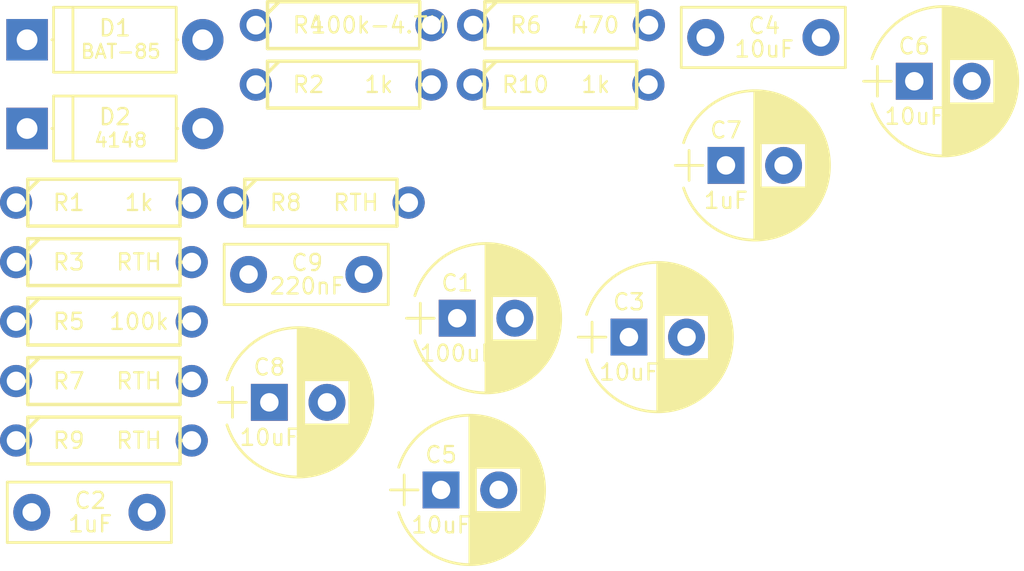
<source format=kicad_pcb>
(kicad_pcb (version 20170123) (host pcbnew "(2017-09-01 revision 8d1475135)-makepkg")

  (general
    (thickness 1.6)
    (drawings 0)
    (tracks 0)
    (zones 0)
    (modules 21)
    (nets 24)
  )

  (page A4)
  (layers
    (0 F.Cu signal)
    (31 B.Cu signal)
    (32 B.Adhes user)
    (33 F.Adhes user)
    (34 B.Paste user)
    (35 F.Paste user)
    (36 B.SilkS user)
    (37 F.SilkS user)
    (38 B.Mask user)
    (39 F.Mask user)
    (40 Dwgs.User user)
    (41 Cmts.User user)
    (42 Eco1.User user)
    (43 Eco2.User user)
    (44 Edge.Cuts user)
    (45 Margin user)
    (46 B.CrtYd user)
    (47 F.CrtYd user)
    (48 B.Fab user)
    (49 F.Fab user)
  )

  (setup
    (last_trace_width 0.25)
    (trace_clearance 0.2)
    (zone_clearance 0.508)
    (zone_45_only no)
    (trace_min 0.2)
    (segment_width 0.2)
    (edge_width 0.15)
    (via_size 0.8)
    (via_drill 0.4)
    (via_min_size 0.4)
    (via_min_drill 0.3)
    (uvia_size 0.3)
    (uvia_drill 0.1)
    (uvias_allowed no)
    (uvia_min_size 0.2)
    (uvia_min_drill 0.1)
    (pcb_text_width 0.3)
    (pcb_text_size 1.5 1.5)
    (mod_edge_width 0.15)
    (mod_text_size 1 1)
    (mod_text_width 0.15)
    (pad_size 1.524 1.524)
    (pad_drill 0.762)
    (pad_to_mask_clearance 0.2)
    (aux_axis_origin 0 0)
    (visible_elements FFFFFF7F)
    (pcbplotparams
      (layerselection 0x00030_ffffffff)
      (usegerberextensions false)
      (usegerberattributes true)
      (usegerberadvancedattributes true)
      (creategerberjobfile true)
      (excludeedgelayer true)
      (linewidth 0.100000)
      (plotframeref false)
      (viasonmask false)
      (mode 1)
      (useauxorigin false)
      (hpglpennumber 1)
      (hpglpenspeed 20)
      (hpglpendiameter 15)
      (psnegative false)
      (psa4output false)
      (plotreference true)
      (plotvalue true)
      (plotinvisibletext false)
      (padsonsilk false)
      (subtractmaskfromsilk false)
      (outputformat 1)
      (mirror false)
      (drillshape 1)
      (scaleselection 1)
      (outputdirectory ""))
  )

  (net 0 "")
  (net 1 "Net-(C9-Pad1)")
  (net 2 "Net-(J3-Pad1)")
  (net 3 "Net-(R1-Pad2)")
  (net 4 GND)
  (net 5 "Net-(LATCHING1-Pad1)")
  (net 6 "Net-(J2-Pad1)")
  (net 7 "Net-(LED1-Pad1)")
  (net 8 "Net-(R3-Pad1)")
  (net 9 "Net-(D2-Pad2)")
  (net 10 "Net-(C2-Pad1)")
  (net 11 "Net-(DECAY1-Pad1)")
  (net 12 "Net-(C7-Pad1)")
  (net 13 "Net-(R6-Pad2)")
  (net 14 "Net-(MOMENTARY3-Pad3)")
  (net 15 "Net-(R7-Pad1)")
  (net 16 "Net-(R8-Pad1)")
  (net 17 "Net-(C8-Pad1)")
  (net 18 "Net-(C1-Pad1)")
  (net 19 "Net-(D1-Pad2)")
  (net 20 "Net-(C6-Pad1)")
  (net 21 "Net-(C5-Pad1)")
  (net 22 +5V)
  (net 23 "Net-(C9-Pad2)")

  (net_class Default "This is the default net class."
    (clearance 0.2)
    (trace_width 0.25)
    (via_dia 0.8)
    (via_drill 0.4)
    (uvia_dia 0.3)
    (uvia_drill 0.1)
    (add_net +5V)
    (add_net GND)
    (add_net "Net-(C1-Pad1)")
    (add_net "Net-(C2-Pad1)")
    (add_net "Net-(C5-Pad1)")
    (add_net "Net-(C6-Pad1)")
    (add_net "Net-(C7-Pad1)")
    (add_net "Net-(C8-Pad1)")
    (add_net "Net-(C9-Pad1)")
    (add_net "Net-(C9-Pad2)")
    (add_net "Net-(D1-Pad2)")
    (add_net "Net-(D2-Pad2)")
    (add_net "Net-(DECAY1-Pad1)")
    (add_net "Net-(J2-Pad1)")
    (add_net "Net-(J3-Pad1)")
    (add_net "Net-(LATCHING1-Pad1)")
    (add_net "Net-(LED1-Pad1)")
    (add_net "Net-(MOMENTARY3-Pad3)")
    (add_net "Net-(R1-Pad2)")
    (add_net "Net-(R3-Pad1)")
    (add_net "Net-(R6-Pad2)")
    (add_net "Net-(R7-Pad1)")
    (add_net "Net-(R8-Pad1)")
  )

  (module 4ms-footprints:Cap_Ceramic_TH (layer F.Cu) (tedit 593AF7BD) (tstamp 5A2906D5)
    (at 143.527501 59.356001)
    (descr "C, Disc series, Radial, pin pitch=5.00mm, , diameter*width=7*2.5mm^2, Capacitor, http://cdn-reichelt.de/documents/datenblatt/B300/DS_KERKO_TC.pdf")
    (tags "C Disc series Radial pin pitch 5.00mm  diameter 7mm width 2.5mm Capacitor")
    (path /5A29B8B1)
    (fp_text reference C4 (at 2.54 -0.508) (layer F.SilkS)
      (effects (font (size 0.7 0.7) (thickness 0.1)))
    )
    (fp_text value 10uF (at 2.54 0.508) (layer F.SilkS)
      (effects (font (size 0.7 0.7) (thickness 0.1)))
    )
    (fp_line (start -1 -1.25) (end -1 1.25) (layer F.Fab) (width 0.1))
    (fp_line (start -1 1.25) (end 6 1.25) (layer F.Fab) (width 0.1))
    (fp_line (start 6 1.25) (end 6 -1.25) (layer F.Fab) (width 0.1))
    (fp_line (start 6 -1.25) (end -1 -1.25) (layer F.Fab) (width 0.1))
    (fp_line (start -1.06 -1.31) (end 6.06 -1.31) (layer F.SilkS) (width 0.12))
    (fp_line (start -1.06 1.31) (end 6.06 1.31) (layer F.SilkS) (width 0.12))
    (fp_line (start -1.06 -1.31) (end -1.06 1.31) (layer F.SilkS) (width 0.12))
    (fp_line (start 6.06 -1.31) (end 6.06 1.31) (layer F.SilkS) (width 0.12))
    (fp_line (start -1.35 -1.6) (end -1.35 1.6) (layer F.CrtYd) (width 0.05))
    (fp_line (start -1.35 1.6) (end 6.35 1.6) (layer F.CrtYd) (width 0.05))
    (fp_line (start 6.35 1.6) (end 6.35 -1.6) (layer F.CrtYd) (width 0.05))
    (fp_line (start 6.35 -1.6) (end -1.35 -1.6) (layer F.CrtYd) (width 0.05))
    (pad 1 thru_hole circle (at 0 0) (size 1.6 1.6) (drill 0.8) (layers *.Cu *.Mask)
      (net 10 "Net-(C2-Pad1)"))
    (pad 2 thru_hole circle (at 5 0) (size 1.6 1.6) (drill 0.8) (layers *.Cu *.Mask)
      (net 4 GND))
    (model ${KISYS3DMOD}/Capacitors_THT.3dshapes/C_Disc_D7.0mm_W2.5mm_P5.00mm.wrl
      (at (xyz 0 0 0))
      (scale (xyz 0.393701 0.393701 0.393701))
      (rotate (xyz 0 0 0))
    )
  )

  (module 4ms-footprints:Cap_Ceramic_TH (layer F.Cu) (tedit 593AF7BD) (tstamp 5A2906C3)
    (at 123.697501 69.636001)
    (descr "C, Disc series, Radial, pin pitch=5.00mm, , diameter*width=7*2.5mm^2, Capacitor, http://cdn-reichelt.de/documents/datenblatt/B300/DS_KERKO_TC.pdf")
    (tags "C Disc series Radial pin pitch 5.00mm  diameter 7mm width 2.5mm Capacitor")
    (path /5A1D393E)
    (fp_text reference C9 (at 2.54 -0.508) (layer F.SilkS)
      (effects (font (size 0.7 0.7) (thickness 0.1)))
    )
    (fp_text value 220nF (at 2.54 0.508) (layer F.SilkS)
      (effects (font (size 0.7 0.7) (thickness 0.1)))
    )
    (fp_line (start 6.35 -1.6) (end -1.35 -1.6) (layer F.CrtYd) (width 0.05))
    (fp_line (start 6.35 1.6) (end 6.35 -1.6) (layer F.CrtYd) (width 0.05))
    (fp_line (start -1.35 1.6) (end 6.35 1.6) (layer F.CrtYd) (width 0.05))
    (fp_line (start -1.35 -1.6) (end -1.35 1.6) (layer F.CrtYd) (width 0.05))
    (fp_line (start 6.06 -1.31) (end 6.06 1.31) (layer F.SilkS) (width 0.12))
    (fp_line (start -1.06 -1.31) (end -1.06 1.31) (layer F.SilkS) (width 0.12))
    (fp_line (start -1.06 1.31) (end 6.06 1.31) (layer F.SilkS) (width 0.12))
    (fp_line (start -1.06 -1.31) (end 6.06 -1.31) (layer F.SilkS) (width 0.12))
    (fp_line (start 6 -1.25) (end -1 -1.25) (layer F.Fab) (width 0.1))
    (fp_line (start 6 1.25) (end 6 -1.25) (layer F.Fab) (width 0.1))
    (fp_line (start -1 1.25) (end 6 1.25) (layer F.Fab) (width 0.1))
    (fp_line (start -1 -1.25) (end -1 1.25) (layer F.Fab) (width 0.1))
    (pad 2 thru_hole circle (at 5 0) (size 1.6 1.6) (drill 0.8) (layers *.Cu *.Mask)
      (net 23 "Net-(C9-Pad2)"))
    (pad 1 thru_hole circle (at 0 0) (size 1.6 1.6) (drill 0.8) (layers *.Cu *.Mask)
      (net 1 "Net-(C9-Pad1)"))
    (model ${KISYS3DMOD}/Capacitors_THT.3dshapes/C_Disc_D7.0mm_W2.5mm_P5.00mm.wrl
      (at (xyz 0 0 0))
      (scale (xyz 0.393701 0.393701 0.393701))
      (rotate (xyz 0 0 0))
    )
  )

  (module 4ms-footprints:Cap_Ceramic_TH (layer F.Cu) (tedit 593AF7BD) (tstamp 5A2906B1)
    (at 114.287501 79.956001)
    (descr "C, Disc series, Radial, pin pitch=5.00mm, , diameter*width=7*2.5mm^2, Capacitor, http://cdn-reichelt.de/documents/datenblatt/B300/DS_KERKO_TC.pdf")
    (tags "C Disc series Radial pin pitch 5.00mm  diameter 7mm width 2.5mm Capacitor")
    (path /5A1CEB70)
    (fp_text reference C2 (at 2.54 -0.508) (layer F.SilkS)
      (effects (font (size 0.7 0.7) (thickness 0.1)))
    )
    (fp_text value 1uF (at 2.54 0.508) (layer F.SilkS)
      (effects (font (size 0.7 0.7) (thickness 0.1)))
    )
    (fp_line (start -1 -1.25) (end -1 1.25) (layer F.Fab) (width 0.1))
    (fp_line (start -1 1.25) (end 6 1.25) (layer F.Fab) (width 0.1))
    (fp_line (start 6 1.25) (end 6 -1.25) (layer F.Fab) (width 0.1))
    (fp_line (start 6 -1.25) (end -1 -1.25) (layer F.Fab) (width 0.1))
    (fp_line (start -1.06 -1.31) (end 6.06 -1.31) (layer F.SilkS) (width 0.12))
    (fp_line (start -1.06 1.31) (end 6.06 1.31) (layer F.SilkS) (width 0.12))
    (fp_line (start -1.06 -1.31) (end -1.06 1.31) (layer F.SilkS) (width 0.12))
    (fp_line (start 6.06 -1.31) (end 6.06 1.31) (layer F.SilkS) (width 0.12))
    (fp_line (start -1.35 -1.6) (end -1.35 1.6) (layer F.CrtYd) (width 0.05))
    (fp_line (start -1.35 1.6) (end 6.35 1.6) (layer F.CrtYd) (width 0.05))
    (fp_line (start 6.35 1.6) (end 6.35 -1.6) (layer F.CrtYd) (width 0.05))
    (fp_line (start 6.35 -1.6) (end -1.35 -1.6) (layer F.CrtYd) (width 0.05))
    (pad 1 thru_hole circle (at 0 0) (size 1.6 1.6) (drill 0.8) (layers *.Cu *.Mask)
      (net 10 "Net-(C2-Pad1)"))
    (pad 2 thru_hole circle (at 5 0) (size 1.6 1.6) (drill 0.8) (layers *.Cu *.Mask)
      (net 4 GND))
    (model ${KISYS3DMOD}/Capacitors_THT.3dshapes/C_Disc_D7.0mm_W2.5mm_P5.00mm.wrl
      (at (xyz 0 0 0))
      (scale (xyz 0.393701 0.393701 0.393701))
      (rotate (xyz 0 0 0))
    )
  )

  (module 4ms-footprints:Cap_Electrolytic_TH (layer F.Cu) (tedit 594086EC) (tstamp 5A29069F)
    (at 140.197501 72.356001)
    (descr "CP, Radial series, Radial, pin pitch=2.50mm, , diameter=6.3mm, Electrolytic Capacitor")
    (tags "CP Radial series Radial pin pitch 2.50mm  diameter 6.3mm Electrolytic Capacitor")
    (path /5A1CC0C8)
    (fp_text reference C3 (at 0 -1.524) (layer F.SilkS)
      (effects (font (size 0.7 0.7) (thickness 0.1)))
    )
    (fp_text value 10uF (at 0 1.524) (layer F.SilkS)
      (effects (font (size 0.7 0.7) (thickness 0.1)))
    )
    (fp_arc (start 1.25 0) (end 4.338236 -0.98) (angle 35.2) (layer F.SilkS) (width 0.12))
    (fp_arc (start 1.25 0) (end -1.838236 0.98) (angle -144.8) (layer F.SilkS) (width 0.12))
    (fp_arc (start 1.25 0) (end -1.838236 -0.98) (angle 144.8) (layer F.SilkS) (width 0.12))
    (fp_circle (center 1.25 0) (end 4.4 0) (layer F.Fab) (width 0.1))
    (fp_line (start 4.75 -3.5) (end -2.25 -3.5) (layer F.CrtYd) (width 0.05))
    (fp_line (start 4.75 3.5) (end 4.75 -3.5) (layer F.CrtYd) (width 0.05))
    (fp_line (start -2.25 3.5) (end 4.75 3.5) (layer F.CrtYd) (width 0.05))
    (fp_line (start -2.25 -3.5) (end -2.25 3.5) (layer F.CrtYd) (width 0.05))
    (fp_line (start -1.6 -0.65) (end -1.6 0.65) (layer F.SilkS) (width 0.12))
    (fp_line (start -2.2 0) (end -1 0) (layer F.SilkS) (width 0.12))
    (fp_line (start 4.451 -0.468) (end 4.451 0.468) (layer F.SilkS) (width 0.12))
    (fp_line (start 4.411 -0.676) (end 4.411 0.676) (layer F.SilkS) (width 0.12))
    (fp_line (start 4.371 -0.834) (end 4.371 0.834) (layer F.SilkS) (width 0.12))
    (fp_line (start 4.331 -0.966) (end 4.331 0.966) (layer F.SilkS) (width 0.12))
    (fp_line (start 4.291 -1.081) (end 4.291 1.081) (layer F.SilkS) (width 0.12))
    (fp_line (start 4.251 -1.184) (end 4.251 1.184) (layer F.SilkS) (width 0.12))
    (fp_line (start 4.211 -1.278) (end 4.211 1.278) (layer F.SilkS) (width 0.12))
    (fp_line (start 4.171 -1.364) (end 4.171 1.364) (layer F.SilkS) (width 0.12))
    (fp_line (start 4.131 -1.445) (end 4.131 1.445) (layer F.SilkS) (width 0.12))
    (fp_line (start 4.091 -1.52) (end 4.091 1.52) (layer F.SilkS) (width 0.12))
    (fp_line (start 4.051 -1.591) (end 4.051 1.591) (layer F.SilkS) (width 0.12))
    (fp_line (start 4.011 -1.658) (end 4.011 1.658) (layer F.SilkS) (width 0.12))
    (fp_line (start 3.971 -1.721) (end 3.971 1.721) (layer F.SilkS) (width 0.12))
    (fp_line (start 3.931 -1.781) (end 3.931 1.781) (layer F.SilkS) (width 0.12))
    (fp_line (start 3.891 -1.839) (end 3.891 1.839) (layer F.SilkS) (width 0.12))
    (fp_line (start 3.851 -1.894) (end 3.851 1.894) (layer F.SilkS) (width 0.12))
    (fp_line (start 3.811 -1.946) (end 3.811 1.946) (layer F.SilkS) (width 0.12))
    (fp_line (start 3.771 -1.997) (end 3.771 1.997) (layer F.SilkS) (width 0.12))
    (fp_line (start 3.731 -2.045) (end 3.731 2.045) (layer F.SilkS) (width 0.12))
    (fp_line (start 3.691 -2.092) (end 3.691 2.092) (layer F.SilkS) (width 0.12))
    (fp_line (start 3.651 -2.137) (end 3.651 2.137) (layer F.SilkS) (width 0.12))
    (fp_line (start 3.611 -2.18) (end 3.611 2.18) (layer F.SilkS) (width 0.12))
    (fp_line (start 3.571 -2.222) (end 3.571 2.222) (layer F.SilkS) (width 0.12))
    (fp_line (start 3.531 -2.262) (end 3.531 2.262) (layer F.SilkS) (width 0.12))
    (fp_line (start 3.491 -2.301) (end 3.491 2.301) (layer F.SilkS) (width 0.12))
    (fp_line (start 3.451 0.98) (end 3.451 2.339) (layer F.SilkS) (width 0.12))
    (fp_line (start 3.451 -2.339) (end 3.451 -0.98) (layer F.SilkS) (width 0.12))
    (fp_line (start 3.411 0.98) (end 3.411 2.375) (layer F.SilkS) (width 0.12))
    (fp_line (start 3.411 -2.375) (end 3.411 -0.98) (layer F.SilkS) (width 0.12))
    (fp_line (start 3.371 0.98) (end 3.371 2.411) (layer F.SilkS) (width 0.12))
    (fp_line (start 3.371 -2.411) (end 3.371 -0.98) (layer F.SilkS) (width 0.12))
    (fp_line (start 3.331 0.98) (end 3.331 2.445) (layer F.SilkS) (width 0.12))
    (fp_line (start 3.331 -2.445) (end 3.331 -0.98) (layer F.SilkS) (width 0.12))
    (fp_line (start 3.291 0.98) (end 3.291 2.478) (layer F.SilkS) (width 0.12))
    (fp_line (start 3.291 -2.478) (end 3.291 -0.98) (layer F.SilkS) (width 0.12))
    (fp_line (start 3.251 0.98) (end 3.251 2.51) (layer F.SilkS) (width 0.12))
    (fp_line (start 3.251 -2.51) (end 3.251 -0.98) (layer F.SilkS) (width 0.12))
    (fp_line (start 3.211 0.98) (end 3.211 2.54) (layer F.SilkS) (width 0.12))
    (fp_line (start 3.211 -2.54) (end 3.211 -0.98) (layer F.SilkS) (width 0.12))
    (fp_line (start 3.171 0.98) (end 3.171 2.57) (layer F.SilkS) (width 0.12))
    (fp_line (start 3.171 -2.57) (end 3.171 -0.98) (layer F.SilkS) (width 0.12))
    (fp_line (start 3.131 0.98) (end 3.131 2.599) (layer F.SilkS) (width 0.12))
    (fp_line (start 3.131 -2.599) (end 3.131 -0.98) (layer F.SilkS) (width 0.12))
    (fp_line (start 3.091 0.98) (end 3.091 2.627) (layer F.SilkS) (width 0.12))
    (fp_line (start 3.091 -2.627) (end 3.091 -0.98) (layer F.SilkS) (width 0.12))
    (fp_line (start 3.051 0.98) (end 3.051 2.654) (layer F.SilkS) (width 0.12))
    (fp_line (start 3.051 -2.654) (end 3.051 -0.98) (layer F.SilkS) (width 0.12))
    (fp_line (start 3.011 0.98) (end 3.011 2.681) (layer F.SilkS) (width 0.12))
    (fp_line (start 3.011 -2.681) (end 3.011 -0.98) (layer F.SilkS) (width 0.12))
    (fp_line (start 2.971 0.98) (end 2.971 2.706) (layer F.SilkS) (width 0.12))
    (fp_line (start 2.971 -2.706) (end 2.971 -0.98) (layer F.SilkS) (width 0.12))
    (fp_line (start 2.931 0.98) (end 2.931 2.731) (layer F.SilkS) (width 0.12))
    (fp_line (start 2.931 -2.731) (end 2.931 -0.98) (layer F.SilkS) (width 0.12))
    (fp_line (start 2.891 0.98) (end 2.891 2.755) (layer F.SilkS) (width 0.12))
    (fp_line (start 2.891 -2.755) (end 2.891 -0.98) (layer F.SilkS) (width 0.12))
    (fp_line (start 2.851 0.98) (end 2.851 2.778) (layer F.SilkS) (width 0.12))
    (fp_line (start 2.851 -2.778) (end 2.851 -0.98) (layer F.SilkS) (width 0.12))
    (fp_line (start 2.811 0.98) (end 2.811 2.8) (layer F.SilkS) (width 0.12))
    (fp_line (start 2.811 -2.8) (end 2.811 -0.98) (layer F.SilkS) (width 0.12))
    (fp_line (start 2.771 0.98) (end 2.771 2.822) (layer F.SilkS) (width 0.12))
    (fp_line (start 2.771 -2.822) (end 2.771 -0.98) (layer F.SilkS) (width 0.12))
    (fp_line (start 2.731 0.98) (end 2.731 2.843) (layer F.SilkS) (width 0.12))
    (fp_line (start 2.731 -2.843) (end 2.731 -0.98) (layer F.SilkS) (width 0.12))
    (fp_line (start 2.691 0.98) (end 2.691 2.863) (layer F.SilkS) (width 0.12))
    (fp_line (start 2.691 -2.863) (end 2.691 -0.98) (layer F.SilkS) (width 0.12))
    (fp_line (start 2.651 0.98) (end 2.651 2.882) (layer F.SilkS) (width 0.12))
    (fp_line (start 2.651 -2.882) (end 2.651 -0.98) (layer F.SilkS) (width 0.12))
    (fp_line (start 2.611 0.98) (end 2.611 2.901) (layer F.SilkS) (width 0.12))
    (fp_line (start 2.611 -2.901) (end 2.611 -0.98) (layer F.SilkS) (width 0.12))
    (fp_line (start 2.571 0.98) (end 2.571 2.919) (layer F.SilkS) (width 0.12))
    (fp_line (start 2.571 -2.919) (end 2.571 -0.98) (layer F.SilkS) (width 0.12))
    (fp_line (start 2.531 0.98) (end 2.531 2.937) (layer F.SilkS) (width 0.12))
    (fp_line (start 2.531 -2.937) (end 2.531 -0.98) (layer F.SilkS) (width 0.12))
    (fp_line (start 2.491 0.98) (end 2.491 2.954) (layer F.SilkS) (width 0.12))
    (fp_line (start 2.491 -2.954) (end 2.491 -0.98) (layer F.SilkS) (width 0.12))
    (fp_line (start 2.451 0.98) (end 2.451 2.97) (layer F.SilkS) (width 0.12))
    (fp_line (start 2.451 -2.97) (end 2.451 -0.98) (layer F.SilkS) (width 0.12))
    (fp_line (start 2.411 0.98) (end 2.411 2.986) (layer F.SilkS) (width 0.12))
    (fp_line (start 2.411 -2.986) (end 2.411 -0.98) (layer F.SilkS) (width 0.12))
    (fp_line (start 2.371 0.98) (end 2.371 3.001) (layer F.SilkS) (width 0.12))
    (fp_line (start 2.371 -3.001) (end 2.371 -0.98) (layer F.SilkS) (width 0.12))
    (fp_line (start 2.331 0.98) (end 2.331 3.015) (layer F.SilkS) (width 0.12))
    (fp_line (start 2.331 -3.015) (end 2.331 -0.98) (layer F.SilkS) (width 0.12))
    (fp_line (start 2.291 0.98) (end 2.291 3.029) (layer F.SilkS) (width 0.12))
    (fp_line (start 2.291 -3.029) (end 2.291 -0.98) (layer F.SilkS) (width 0.12))
    (fp_line (start 2.251 0.98) (end 2.251 3.042) (layer F.SilkS) (width 0.12))
    (fp_line (start 2.251 -3.042) (end 2.251 -0.98) (layer F.SilkS) (width 0.12))
    (fp_line (start 2.211 0.98) (end 2.211 3.055) (layer F.SilkS) (width 0.12))
    (fp_line (start 2.211 -3.055) (end 2.211 -0.98) (layer F.SilkS) (width 0.12))
    (fp_line (start 2.171 0.98) (end 2.171 3.067) (layer F.SilkS) (width 0.12))
    (fp_line (start 2.171 -3.067) (end 2.171 -0.98) (layer F.SilkS) (width 0.12))
    (fp_line (start 2.131 0.98) (end 2.131 3.079) (layer F.SilkS) (width 0.12))
    (fp_line (start 2.131 -3.079) (end 2.131 -0.98) (layer F.SilkS) (width 0.12))
    (fp_line (start 2.091 0.98) (end 2.091 3.09) (layer F.SilkS) (width 0.12))
    (fp_line (start 2.091 -3.09) (end 2.091 -0.98) (layer F.SilkS) (width 0.12))
    (fp_line (start 2.051 0.98) (end 2.051 3.1) (layer F.SilkS) (width 0.12))
    (fp_line (start 2.051 -3.1) (end 2.051 -0.98) (layer F.SilkS) (width 0.12))
    (fp_line (start 2.011 0.98) (end 2.011 3.11) (layer F.SilkS) (width 0.12))
    (fp_line (start 2.011 -3.11) (end 2.011 -0.98) (layer F.SilkS) (width 0.12))
    (fp_line (start 1.971 0.98) (end 1.971 3.119) (layer F.SilkS) (width 0.12))
    (fp_line (start 1.971 -3.119) (end 1.971 -0.98) (layer F.SilkS) (width 0.12))
    (fp_line (start 1.93 0.98) (end 1.93 3.128) (layer F.SilkS) (width 0.12))
    (fp_line (start 1.93 -3.128) (end 1.93 -0.98) (layer F.SilkS) (width 0.12))
    (fp_line (start 1.89 0.98) (end 1.89 3.137) (layer F.SilkS) (width 0.12))
    (fp_line (start 1.89 -3.137) (end 1.89 -0.98) (layer F.SilkS) (width 0.12))
    (fp_line (start 1.85 0.98) (end 1.85 3.144) (layer F.SilkS) (width 0.12))
    (fp_line (start 1.85 -3.144) (end 1.85 -0.98) (layer F.SilkS) (width 0.12))
    (fp_line (start 1.81 0.98) (end 1.81 3.152) (layer F.SilkS) (width 0.12))
    (fp_line (start 1.81 -3.152) (end 1.81 -0.98) (layer F.SilkS) (width 0.12))
    (fp_line (start 1.77 0.98) (end 1.77 3.158) (layer F.SilkS) (width 0.12))
    (fp_line (start 1.77 -3.158) (end 1.77 -0.98) (layer F.SilkS) (width 0.12))
    (fp_line (start 1.73 0.98) (end 1.73 3.165) (layer F.SilkS) (width 0.12))
    (fp_line (start 1.73 -3.165) (end 1.73 -0.98) (layer F.SilkS) (width 0.12))
    (fp_line (start 1.69 0.98) (end 1.69 3.17) (layer F.SilkS) (width 0.12))
    (fp_line (start 1.69 -3.17) (end 1.69 -0.98) (layer F.SilkS) (width 0.12))
    (fp_line (start 1.65 0.98) (end 1.65 3.176) (layer F.SilkS) (width 0.12))
    (fp_line (start 1.65 -3.176) (end 1.65 -0.98) (layer F.SilkS) (width 0.12))
    (fp_line (start 1.61 0.98) (end 1.61 3.18) (layer F.SilkS) (width 0.12))
    (fp_line (start 1.61 -3.18) (end 1.61 -0.98) (layer F.SilkS) (width 0.12))
    (fp_line (start 1.57 0.98) (end 1.57 3.185) (layer F.SilkS) (width 0.12))
    (fp_line (start 1.57 -3.185) (end 1.57 -0.98) (layer F.SilkS) (width 0.12))
    (fp_line (start 1.53 0.98) (end 1.53 3.188) (layer F.SilkS) (width 0.12))
    (fp_line (start 1.53 -3.188) (end 1.53 -0.98) (layer F.SilkS) (width 0.12))
    (fp_line (start 1.49 -3.192) (end 1.49 3.192) (layer F.SilkS) (width 0.12))
    (fp_line (start 1.45 -3.194) (end 1.45 3.194) (layer F.SilkS) (width 0.12))
    (fp_line (start 1.41 -3.197) (end 1.41 3.197) (layer F.SilkS) (width 0.12))
    (fp_line (start 1.37 -3.198) (end 1.37 3.198) (layer F.SilkS) (width 0.12))
    (fp_line (start 1.33 -3.2) (end 1.33 3.2) (layer F.SilkS) (width 0.12))
    (fp_line (start 1.29 -3.2) (end 1.29 3.2) (layer F.SilkS) (width 0.12))
    (fp_line (start 1.25 -3.2) (end 1.25 3.2) (layer F.SilkS) (width 0.12))
    (fp_line (start -1.6 -0.65) (end -1.6 0.65) (layer F.Fab) (width 0.1))
    (fp_line (start -2.2 0) (end -1 0) (layer F.Fab) (width 0.1))
    (pad 2 thru_hole circle (at 2.5 0) (size 1.6 1.6) (drill 0.8) (layers *.Cu *.Mask)
      (net 4 GND))
    (pad 1 thru_hole rect (at 0 0) (size 1.6 1.6) (drill 0.8) (layers *.Cu *.Mask)
      (net 22 +5V))
    (model ${KISYS3DMOD}/Capacitors_THT.3dshapes/CP_Radial_D6.3mm_P2.50mm.wrl
      (at (xyz 0 0 0))
      (scale (xyz 0.393701 0.393701 0.393701))
      (rotate (xyz 0 0 0))
    )
  )

  (module 4ms-footprints:Cap_Electrolytic_TH (layer F.Cu) (tedit 594086EC) (tstamp 5A29060B)
    (at 132.047501 78.986001)
    (descr "CP, Radial series, Radial, pin pitch=2.50mm, , diameter=6.3mm, Electrolytic Capacitor")
    (tags "CP Radial series Radial pin pitch 2.50mm  diameter 6.3mm Electrolytic Capacitor")
    (path /5A29171A)
    (fp_text reference C5 (at 0 -1.524) (layer F.SilkS)
      (effects (font (size 0.7 0.7) (thickness 0.1)))
    )
    (fp_text value 10uF (at 0 1.524) (layer F.SilkS)
      (effects (font (size 0.7 0.7) (thickness 0.1)))
    )
    (fp_line (start -2.2 0) (end -1 0) (layer F.Fab) (width 0.1))
    (fp_line (start -1.6 -0.65) (end -1.6 0.65) (layer F.Fab) (width 0.1))
    (fp_line (start 1.25 -3.2) (end 1.25 3.2) (layer F.SilkS) (width 0.12))
    (fp_line (start 1.29 -3.2) (end 1.29 3.2) (layer F.SilkS) (width 0.12))
    (fp_line (start 1.33 -3.2) (end 1.33 3.2) (layer F.SilkS) (width 0.12))
    (fp_line (start 1.37 -3.198) (end 1.37 3.198) (layer F.SilkS) (width 0.12))
    (fp_line (start 1.41 -3.197) (end 1.41 3.197) (layer F.SilkS) (width 0.12))
    (fp_line (start 1.45 -3.194) (end 1.45 3.194) (layer F.SilkS) (width 0.12))
    (fp_line (start 1.49 -3.192) (end 1.49 3.192) (layer F.SilkS) (width 0.12))
    (fp_line (start 1.53 -3.188) (end 1.53 -0.98) (layer F.SilkS) (width 0.12))
    (fp_line (start 1.53 0.98) (end 1.53 3.188) (layer F.SilkS) (width 0.12))
    (fp_line (start 1.57 -3.185) (end 1.57 -0.98) (layer F.SilkS) (width 0.12))
    (fp_line (start 1.57 0.98) (end 1.57 3.185) (layer F.SilkS) (width 0.12))
    (fp_line (start 1.61 -3.18) (end 1.61 -0.98) (layer F.SilkS) (width 0.12))
    (fp_line (start 1.61 0.98) (end 1.61 3.18) (layer F.SilkS) (width 0.12))
    (fp_line (start 1.65 -3.176) (end 1.65 -0.98) (layer F.SilkS) (width 0.12))
    (fp_line (start 1.65 0.98) (end 1.65 3.176) (layer F.SilkS) (width 0.12))
    (fp_line (start 1.69 -3.17) (end 1.69 -0.98) (layer F.SilkS) (width 0.12))
    (fp_line (start 1.69 0.98) (end 1.69 3.17) (layer F.SilkS) (width 0.12))
    (fp_line (start 1.73 -3.165) (end 1.73 -0.98) (layer F.SilkS) (width 0.12))
    (fp_line (start 1.73 0.98) (end 1.73 3.165) (layer F.SilkS) (width 0.12))
    (fp_line (start 1.77 -3.158) (end 1.77 -0.98) (layer F.SilkS) (width 0.12))
    (fp_line (start 1.77 0.98) (end 1.77 3.158) (layer F.SilkS) (width 0.12))
    (fp_line (start 1.81 -3.152) (end 1.81 -0.98) (layer F.SilkS) (width 0.12))
    (fp_line (start 1.81 0.98) (end 1.81 3.152) (layer F.SilkS) (width 0.12))
    (fp_line (start 1.85 -3.144) (end 1.85 -0.98) (layer F.SilkS) (width 0.12))
    (fp_line (start 1.85 0.98) (end 1.85 3.144) (layer F.SilkS) (width 0.12))
    (fp_line (start 1.89 -3.137) (end 1.89 -0.98) (layer F.SilkS) (width 0.12))
    (fp_line (start 1.89 0.98) (end 1.89 3.137) (layer F.SilkS) (width 0.12))
    (fp_line (start 1.93 -3.128) (end 1.93 -0.98) (layer F.SilkS) (width 0.12))
    (fp_line (start 1.93 0.98) (end 1.93 3.128) (layer F.SilkS) (width 0.12))
    (fp_line (start 1.971 -3.119) (end 1.971 -0.98) (layer F.SilkS) (width 0.12))
    (fp_line (start 1.971 0.98) (end 1.971 3.119) (layer F.SilkS) (width 0.12))
    (fp_line (start 2.011 -3.11) (end 2.011 -0.98) (layer F.SilkS) (width 0.12))
    (fp_line (start 2.011 0.98) (end 2.011 3.11) (layer F.SilkS) (width 0.12))
    (fp_line (start 2.051 -3.1) (end 2.051 -0.98) (layer F.SilkS) (width 0.12))
    (fp_line (start 2.051 0.98) (end 2.051 3.1) (layer F.SilkS) (width 0.12))
    (fp_line (start 2.091 -3.09) (end 2.091 -0.98) (layer F.SilkS) (width 0.12))
    (fp_line (start 2.091 0.98) (end 2.091 3.09) (layer F.SilkS) (width 0.12))
    (fp_line (start 2.131 -3.079) (end 2.131 -0.98) (layer F.SilkS) (width 0.12))
    (fp_line (start 2.131 0.98) (end 2.131 3.079) (layer F.SilkS) (width 0.12))
    (fp_line (start 2.171 -3.067) (end 2.171 -0.98) (layer F.SilkS) (width 0.12))
    (fp_line (start 2.171 0.98) (end 2.171 3.067) (layer F.SilkS) (width 0.12))
    (fp_line (start 2.211 -3.055) (end 2.211 -0.98) (layer F.SilkS) (width 0.12))
    (fp_line (start 2.211 0.98) (end 2.211 3.055) (layer F.SilkS) (width 0.12))
    (fp_line (start 2.251 -3.042) (end 2.251 -0.98) (layer F.SilkS) (width 0.12))
    (fp_line (start 2.251 0.98) (end 2.251 3.042) (layer F.SilkS) (width 0.12))
    (fp_line (start 2.291 -3.029) (end 2.291 -0.98) (layer F.SilkS) (width 0.12))
    (fp_line (start 2.291 0.98) (end 2.291 3.029) (layer F.SilkS) (width 0.12))
    (fp_line (start 2.331 -3.015) (end 2.331 -0.98) (layer F.SilkS) (width 0.12))
    (fp_line (start 2.331 0.98) (end 2.331 3.015) (layer F.SilkS) (width 0.12))
    (fp_line (start 2.371 -3.001) (end 2.371 -0.98) (layer F.SilkS) (width 0.12))
    (fp_line (start 2.371 0.98) (end 2.371 3.001) (layer F.SilkS) (width 0.12))
    (fp_line (start 2.411 -2.986) (end 2.411 -0.98) (layer F.SilkS) (width 0.12))
    (fp_line (start 2.411 0.98) (end 2.411 2.986) (layer F.SilkS) (width 0.12))
    (fp_line (start 2.451 -2.97) (end 2.451 -0.98) (layer F.SilkS) (width 0.12))
    (fp_line (start 2.451 0.98) (end 2.451 2.97) (layer F.SilkS) (width 0.12))
    (fp_line (start 2.491 -2.954) (end 2.491 -0.98) (layer F.SilkS) (width 0.12))
    (fp_line (start 2.491 0.98) (end 2.491 2.954) (layer F.SilkS) (width 0.12))
    (fp_line (start 2.531 -2.937) (end 2.531 -0.98) (layer F.SilkS) (width 0.12))
    (fp_line (start 2.531 0.98) (end 2.531 2.937) (layer F.SilkS) (width 0.12))
    (fp_line (start 2.571 -2.919) (end 2.571 -0.98) (layer F.SilkS) (width 0.12))
    (fp_line (start 2.571 0.98) (end 2.571 2.919) (layer F.SilkS) (width 0.12))
    (fp_line (start 2.611 -2.901) (end 2.611 -0.98) (layer F.SilkS) (width 0.12))
    (fp_line (start 2.611 0.98) (end 2.611 2.901) (layer F.SilkS) (width 0.12))
    (fp_line (start 2.651 -2.882) (end 2.651 -0.98) (layer F.SilkS) (width 0.12))
    (fp_line (start 2.651 0.98) (end 2.651 2.882) (layer F.SilkS) (width 0.12))
    (fp_line (start 2.691 -2.863) (end 2.691 -0.98) (layer F.SilkS) (width 0.12))
    (fp_line (start 2.691 0.98) (end 2.691 2.863) (layer F.SilkS) (width 0.12))
    (fp_line (start 2.731 -2.843) (end 2.731 -0.98) (layer F.SilkS) (width 0.12))
    (fp_line (start 2.731 0.98) (end 2.731 2.843) (layer F.SilkS) (width 0.12))
    (fp_line (start 2.771 -2.822) (end 2.771 -0.98) (layer F.SilkS) (width 0.12))
    (fp_line (start 2.771 0.98) (end 2.771 2.822) (layer F.SilkS) (width 0.12))
    (fp_line (start 2.811 -2.8) (end 2.811 -0.98) (layer F.SilkS) (width 0.12))
    (fp_line (start 2.811 0.98) (end 2.811 2.8) (layer F.SilkS) (width 0.12))
    (fp_line (start 2.851 -2.778) (end 2.851 -0.98) (layer F.SilkS) (width 0.12))
    (fp_line (start 2.851 0.98) (end 2.851 2.778) (layer F.SilkS) (width 0.12))
    (fp_line (start 2.891 -2.755) (end 2.891 -0.98) (layer F.SilkS) (width 0.12))
    (fp_line (start 2.891 0.98) (end 2.891 2.755) (layer F.SilkS) (width 0.12))
    (fp_line (start 2.931 -2.731) (end 2.931 -0.98) (layer F.SilkS) (width 0.12))
    (fp_line (start 2.931 0.98) (end 2.931 2.731) (layer F.SilkS) (width 0.12))
    (fp_line (start 2.971 -2.706) (end 2.971 -0.98) (layer F.SilkS) (width 0.12))
    (fp_line (start 2.971 0.98) (end 2.971 2.706) (layer F.SilkS) (width 0.12))
    (fp_line (start 3.011 -2.681) (end 3.011 -0.98) (layer F.SilkS) (width 0.12))
    (fp_line (start 3.011 0.98) (end 3.011 2.681) (layer F.SilkS) (width 0.12))
    (fp_line (start 3.051 -2.654) (end 3.051 -0.98) (layer F.SilkS) (width 0.12))
    (fp_line (start 3.051 0.98) (end 3.051 2.654) (layer F.SilkS) (width 0.12))
    (fp_line (start 3.091 -2.627) (end 3.091 -0.98) (layer F.SilkS) (width 0.12))
    (fp_line (start 3.091 0.98) (end 3.091 2.627) (layer F.SilkS) (width 0.12))
    (fp_line (start 3.131 -2.599) (end 3.131 -0.98) (layer F.SilkS) (width 0.12))
    (fp_line (start 3.131 0.98) (end 3.131 2.599) (layer F.SilkS) (width 0.12))
    (fp_line (start 3.171 -2.57) (end 3.171 -0.98) (layer F.SilkS) (width 0.12))
    (fp_line (start 3.171 0.98) (end 3.171 2.57) (layer F.SilkS) (width 0.12))
    (fp_line (start 3.211 -2.54) (end 3.211 -0.98) (layer F.SilkS) (width 0.12))
    (fp_line (start 3.211 0.98) (end 3.211 2.54) (layer F.SilkS) (width 0.12))
    (fp_line (start 3.251 -2.51) (end 3.251 -0.98) (layer F.SilkS) (width 0.12))
    (fp_line (start 3.251 0.98) (end 3.251 2.51) (layer F.SilkS) (width 0.12))
    (fp_line (start 3.291 -2.478) (end 3.291 -0.98) (layer F.SilkS) (width 0.12))
    (fp_line (start 3.291 0.98) (end 3.291 2.478) (layer F.SilkS) (width 0.12))
    (fp_line (start 3.331 -2.445) (end 3.331 -0.98) (layer F.SilkS) (width 0.12))
    (fp_line (start 3.331 0.98) (end 3.331 2.445) (layer F.SilkS) (width 0.12))
    (fp_line (start 3.371 -2.411) (end 3.371 -0.98) (layer F.SilkS) (width 0.12))
    (fp_line (start 3.371 0.98) (end 3.371 2.411) (layer F.SilkS) (width 0.12))
    (fp_line (start 3.411 -2.375) (end 3.411 -0.98) (layer F.SilkS) (width 0.12))
    (fp_line (start 3.411 0.98) (end 3.411 2.375) (layer F.SilkS) (width 0.12))
    (fp_line (start 3.451 -2.339) (end 3.451 -0.98) (layer F.SilkS) (width 0.12))
    (fp_line (start 3.451 0.98) (end 3.451 2.339) (layer F.SilkS) (width 0.12))
    (fp_line (start 3.491 -2.301) (end 3.491 2.301) (layer F.SilkS) (width 0.12))
    (fp_line (start 3.531 -2.262) (end 3.531 2.262) (layer F.SilkS) (width 0.12))
    (fp_line (start 3.571 -2.222) (end 3.571 2.222) (layer F.SilkS) (width 0.12))
    (fp_line (start 3.611 -2.18) (end 3.611 2.18) (layer F.SilkS) (width 0.12))
    (fp_line (start 3.651 -2.137) (end 3.651 2.137) (layer F.SilkS) (width 0.12))
    (fp_line (start 3.691 -2.092) (end 3.691 2.092) (layer F.SilkS) (width 0.12))
    (fp_line (start 3.731 -2.045) (end 3.731 2.045) (layer F.SilkS) (width 0.12))
    (fp_line (start 3.771 -1.997) (end 3.771 1.997) (layer F.SilkS) (width 0.12))
    (fp_line (start 3.811 -1.946) (end 3.811 1.946) (layer F.SilkS) (width 0.12))
    (fp_line (start 3.851 -1.894) (end 3.851 1.894) (layer F.SilkS) (width 0.12))
    (fp_line (start 3.891 -1.839) (end 3.891 1.839) (layer F.SilkS) (width 0.12))
    (fp_line (start 3.931 -1.781) (end 3.931 1.781) (layer F.SilkS) (width 0.12))
    (fp_line (start 3.971 -1.721) (end 3.971 1.721) (layer F.SilkS) (width 0.12))
    (fp_line (start 4.011 -1.658) (end 4.011 1.658) (layer F.SilkS) (width 0.12))
    (fp_line (start 4.051 -1.591) (end 4.051 1.591) (layer F.SilkS) (width 0.12))
    (fp_line (start 4.091 -1.52) (end 4.091 1.52) (layer F.SilkS) (width 0.12))
    (fp_line (start 4.131 -1.445) (end 4.131 1.445) (layer F.SilkS) (width 0.12))
    (fp_line (start 4.171 -1.364) (end 4.171 1.364) (layer F.SilkS) (width 0.12))
    (fp_line (start 4.211 -1.278) (end 4.211 1.278) (layer F.SilkS) (width 0.12))
    (fp_line (start 4.251 -1.184) (end 4.251 1.184) (layer F.SilkS) (width 0.12))
    (fp_line (start 4.291 -1.081) (end 4.291 1.081) (layer F.SilkS) (width 0.12))
    (fp_line (start 4.331 -0.966) (end 4.331 0.966) (layer F.SilkS) (width 0.12))
    (fp_line (start 4.371 -0.834) (end 4.371 0.834) (layer F.SilkS) (width 0.12))
    (fp_line (start 4.411 -0.676) (end 4.411 0.676) (layer F.SilkS) (width 0.12))
    (fp_line (start 4.451 -0.468) (end 4.451 0.468) (layer F.SilkS) (width 0.12))
    (fp_line (start -2.2 0) (end -1 0) (layer F.SilkS) (width 0.12))
    (fp_line (start -1.6 -0.65) (end -1.6 0.65) (layer F.SilkS) (width 0.12))
    (fp_line (start -2.25 -3.5) (end -2.25 3.5) (layer F.CrtYd) (width 0.05))
    (fp_line (start -2.25 3.5) (end 4.75 3.5) (layer F.CrtYd) (width 0.05))
    (fp_line (start 4.75 3.5) (end 4.75 -3.5) (layer F.CrtYd) (width 0.05))
    (fp_line (start 4.75 -3.5) (end -2.25 -3.5) (layer F.CrtYd) (width 0.05))
    (fp_circle (center 1.25 0) (end 4.4 0) (layer F.Fab) (width 0.1))
    (fp_arc (start 1.25 0) (end -1.838236 -0.98) (angle 144.8) (layer F.SilkS) (width 0.12))
    (fp_arc (start 1.25 0) (end -1.838236 0.98) (angle -144.8) (layer F.SilkS) (width 0.12))
    (fp_arc (start 1.25 0) (end 4.338236 -0.98) (angle 35.2) (layer F.SilkS) (width 0.12))
    (pad 1 thru_hole rect (at 0 0) (size 1.6 1.6) (drill 0.8) (layers *.Cu *.Mask)
      (net 21 "Net-(C5-Pad1)"))
    (pad 2 thru_hole circle (at 2.5 0) (size 1.6 1.6) (drill 0.8) (layers *.Cu *.Mask)
      (net 4 GND))
    (model ${KISYS3DMOD}/Capacitors_THT.3dshapes/CP_Radial_D6.3mm_P2.50mm.wrl
      (at (xyz 0 0 0))
      (scale (xyz 0.393701 0.393701 0.393701))
      (rotate (xyz 0 0 0))
    )
  )

  (module 4ms-footprints:Cap_Electrolytic_TH (layer F.Cu) (tedit 594086EC) (tstamp 5A290577)
    (at 152.577501 61.256001)
    (descr "CP, Radial series, Radial, pin pitch=2.50mm, , diameter=6.3mm, Electrolytic Capacitor")
    (tags "CP Radial series Radial pin pitch 2.50mm  diameter 6.3mm Electrolytic Capacitor")
    (path /5A292EDA)
    (fp_text reference C6 (at 0 -1.524) (layer F.SilkS)
      (effects (font (size 0.7 0.7) (thickness 0.1)))
    )
    (fp_text value 10uF (at 0 1.524) (layer F.SilkS)
      (effects (font (size 0.7 0.7) (thickness 0.1)))
    )
    (fp_arc (start 1.25 0) (end 4.338236 -0.98) (angle 35.2) (layer F.SilkS) (width 0.12))
    (fp_arc (start 1.25 0) (end -1.838236 0.98) (angle -144.8) (layer F.SilkS) (width 0.12))
    (fp_arc (start 1.25 0) (end -1.838236 -0.98) (angle 144.8) (layer F.SilkS) (width 0.12))
    (fp_circle (center 1.25 0) (end 4.4 0) (layer F.Fab) (width 0.1))
    (fp_line (start 4.75 -3.5) (end -2.25 -3.5) (layer F.CrtYd) (width 0.05))
    (fp_line (start 4.75 3.5) (end 4.75 -3.5) (layer F.CrtYd) (width 0.05))
    (fp_line (start -2.25 3.5) (end 4.75 3.5) (layer F.CrtYd) (width 0.05))
    (fp_line (start -2.25 -3.5) (end -2.25 3.5) (layer F.CrtYd) (width 0.05))
    (fp_line (start -1.6 -0.65) (end -1.6 0.65) (layer F.SilkS) (width 0.12))
    (fp_line (start -2.2 0) (end -1 0) (layer F.SilkS) (width 0.12))
    (fp_line (start 4.451 -0.468) (end 4.451 0.468) (layer F.SilkS) (width 0.12))
    (fp_line (start 4.411 -0.676) (end 4.411 0.676) (layer F.SilkS) (width 0.12))
    (fp_line (start 4.371 -0.834) (end 4.371 0.834) (layer F.SilkS) (width 0.12))
    (fp_line (start 4.331 -0.966) (end 4.331 0.966) (layer F.SilkS) (width 0.12))
    (fp_line (start 4.291 -1.081) (end 4.291 1.081) (layer F.SilkS) (width 0.12))
    (fp_line (start 4.251 -1.184) (end 4.251 1.184) (layer F.SilkS) (width 0.12))
    (fp_line (start 4.211 -1.278) (end 4.211 1.278) (layer F.SilkS) (width 0.12))
    (fp_line (start 4.171 -1.364) (end 4.171 1.364) (layer F.SilkS) (width 0.12))
    (fp_line (start 4.131 -1.445) (end 4.131 1.445) (layer F.SilkS) (width 0.12))
    (fp_line (start 4.091 -1.52) (end 4.091 1.52) (layer F.SilkS) (width 0.12))
    (fp_line (start 4.051 -1.591) (end 4.051 1.591) (layer F.SilkS) (width 0.12))
    (fp_line (start 4.011 -1.658) (end 4.011 1.658) (layer F.SilkS) (width 0.12))
    (fp_line (start 3.971 -1.721) (end 3.971 1.721) (layer F.SilkS) (width 0.12))
    (fp_line (start 3.931 -1.781) (end 3.931 1.781) (layer F.SilkS) (width 0.12))
    (fp_line (start 3.891 -1.839) (end 3.891 1.839) (layer F.SilkS) (width 0.12))
    (fp_line (start 3.851 -1.894) (end 3.851 1.894) (layer F.SilkS) (width 0.12))
    (fp_line (start 3.811 -1.946) (end 3.811 1.946) (layer F.SilkS) (width 0.12))
    (fp_line (start 3.771 -1.997) (end 3.771 1.997) (layer F.SilkS) (width 0.12))
    (fp_line (start 3.731 -2.045) (end 3.731 2.045) (layer F.SilkS) (width 0.12))
    (fp_line (start 3.691 -2.092) (end 3.691 2.092) (layer F.SilkS) (width 0.12))
    (fp_line (start 3.651 -2.137) (end 3.651 2.137) (layer F.SilkS) (width 0.12))
    (fp_line (start 3.611 -2.18) (end 3.611 2.18) (layer F.SilkS) (width 0.12))
    (fp_line (start 3.571 -2.222) (end 3.571 2.222) (layer F.SilkS) (width 0.12))
    (fp_line (start 3.531 -2.262) (end 3.531 2.262) (layer F.SilkS) (width 0.12))
    (fp_line (start 3.491 -2.301) (end 3.491 2.301) (layer F.SilkS) (width 0.12))
    (fp_line (start 3.451 0.98) (end 3.451 2.339) (layer F.SilkS) (width 0.12))
    (fp_line (start 3.451 -2.339) (end 3.451 -0.98) (layer F.SilkS) (width 0.12))
    (fp_line (start 3.411 0.98) (end 3.411 2.375) (layer F.SilkS) (width 0.12))
    (fp_line (start 3.411 -2.375) (end 3.411 -0.98) (layer F.SilkS) (width 0.12))
    (fp_line (start 3.371 0.98) (end 3.371 2.411) (layer F.SilkS) (width 0.12))
    (fp_line (start 3.371 -2.411) (end 3.371 -0.98) (layer F.SilkS) (width 0.12))
    (fp_line (start 3.331 0.98) (end 3.331 2.445) (layer F.SilkS) (width 0.12))
    (fp_line (start 3.331 -2.445) (end 3.331 -0.98) (layer F.SilkS) (width 0.12))
    (fp_line (start 3.291 0.98) (end 3.291 2.478) (layer F.SilkS) (width 0.12))
    (fp_line (start 3.291 -2.478) (end 3.291 -0.98) (layer F.SilkS) (width 0.12))
    (fp_line (start 3.251 0.98) (end 3.251 2.51) (layer F.SilkS) (width 0.12))
    (fp_line (start 3.251 -2.51) (end 3.251 -0.98) (layer F.SilkS) (width 0.12))
    (fp_line (start 3.211 0.98) (end 3.211 2.54) (layer F.SilkS) (width 0.12))
    (fp_line (start 3.211 -2.54) (end 3.211 -0.98) (layer F.SilkS) (width 0.12))
    (fp_line (start 3.171 0.98) (end 3.171 2.57) (layer F.SilkS) (width 0.12))
    (fp_line (start 3.171 -2.57) (end 3.171 -0.98) (layer F.SilkS) (width 0.12))
    (fp_line (start 3.131 0.98) (end 3.131 2.599) (layer F.SilkS) (width 0.12))
    (fp_line (start 3.131 -2.599) (end 3.131 -0.98) (layer F.SilkS) (width 0.12))
    (fp_line (start 3.091 0.98) (end 3.091 2.627) (layer F.SilkS) (width 0.12))
    (fp_line (start 3.091 -2.627) (end 3.091 -0.98) (layer F.SilkS) (width 0.12))
    (fp_line (start 3.051 0.98) (end 3.051 2.654) (layer F.SilkS) (width 0.12))
    (fp_line (start 3.051 -2.654) (end 3.051 -0.98) (layer F.SilkS) (width 0.12))
    (fp_line (start 3.011 0.98) (end 3.011 2.681) (layer F.SilkS) (width 0.12))
    (fp_line (start 3.011 -2.681) (end 3.011 -0.98) (layer F.SilkS) (width 0.12))
    (fp_line (start 2.971 0.98) (end 2.971 2.706) (layer F.SilkS) (width 0.12))
    (fp_line (start 2.971 -2.706) (end 2.971 -0.98) (layer F.SilkS) (width 0.12))
    (fp_line (start 2.931 0.98) (end 2.931 2.731) (layer F.SilkS) (width 0.12))
    (fp_line (start 2.931 -2.731) (end 2.931 -0.98) (layer F.SilkS) (width 0.12))
    (fp_line (start 2.891 0.98) (end 2.891 2.755) (layer F.SilkS) (width 0.12))
    (fp_line (start 2.891 -2.755) (end 2.891 -0.98) (layer F.SilkS) (width 0.12))
    (fp_line (start 2.851 0.98) (end 2.851 2.778) (layer F.SilkS) (width 0.12))
    (fp_line (start 2.851 -2.778) (end 2.851 -0.98) (layer F.SilkS) (width 0.12))
    (fp_line (start 2.811 0.98) (end 2.811 2.8) (layer F.SilkS) (width 0.12))
    (fp_line (start 2.811 -2.8) (end 2.811 -0.98) (layer F.SilkS) (width 0.12))
    (fp_line (start 2.771 0.98) (end 2.771 2.822) (layer F.SilkS) (width 0.12))
    (fp_line (start 2.771 -2.822) (end 2.771 -0.98) (layer F.SilkS) (width 0.12))
    (fp_line (start 2.731 0.98) (end 2.731 2.843) (layer F.SilkS) (width 0.12))
    (fp_line (start 2.731 -2.843) (end 2.731 -0.98) (layer F.SilkS) (width 0.12))
    (fp_line (start 2.691 0.98) (end 2.691 2.863) (layer F.SilkS) (width 0.12))
    (fp_line (start 2.691 -2.863) (end 2.691 -0.98) (layer F.SilkS) (width 0.12))
    (fp_line (start 2.651 0.98) (end 2.651 2.882) (layer F.SilkS) (width 0.12))
    (fp_line (start 2.651 -2.882) (end 2.651 -0.98) (layer F.SilkS) (width 0.12))
    (fp_line (start 2.611 0.98) (end 2.611 2.901) (layer F.SilkS) (width 0.12))
    (fp_line (start 2.611 -2.901) (end 2.611 -0.98) (layer F.SilkS) (width 0.12))
    (fp_line (start 2.571 0.98) (end 2.571 2.919) (layer F.SilkS) (width 0.12))
    (fp_line (start 2.571 -2.919) (end 2.571 -0.98) (layer F.SilkS) (width 0.12))
    (fp_line (start 2.531 0.98) (end 2.531 2.937) (layer F.SilkS) (width 0.12))
    (fp_line (start 2.531 -2.937) (end 2.531 -0.98) (layer F.SilkS) (width 0.12))
    (fp_line (start 2.491 0.98) (end 2.491 2.954) (layer F.SilkS) (width 0.12))
    (fp_line (start 2.491 -2.954) (end 2.491 -0.98) (layer F.SilkS) (width 0.12))
    (fp_line (start 2.451 0.98) (end 2.451 2.97) (layer F.SilkS) (width 0.12))
    (fp_line (start 2.451 -2.97) (end 2.451 -0.98) (layer F.SilkS) (width 0.12))
    (fp_line (start 2.411 0.98) (end 2.411 2.986) (layer F.SilkS) (width 0.12))
    (fp_line (start 2.411 -2.986) (end 2.411 -0.98) (layer F.SilkS) (width 0.12))
    (fp_line (start 2.371 0.98) (end 2.371 3.001) (layer F.SilkS) (width 0.12))
    (fp_line (start 2.371 -3.001) (end 2.371 -0.98) (layer F.SilkS) (width 0.12))
    (fp_line (start 2.331 0.98) (end 2.331 3.015) (layer F.SilkS) (width 0.12))
    (fp_line (start 2.331 -3.015) (end 2.331 -0.98) (layer F.SilkS) (width 0.12))
    (fp_line (start 2.291 0.98) (end 2.291 3.029) (layer F.SilkS) (width 0.12))
    (fp_line (start 2.291 -3.029) (end 2.291 -0.98) (layer F.SilkS) (width 0.12))
    (fp_line (start 2.251 0.98) (end 2.251 3.042) (layer F.SilkS) (width 0.12))
    (fp_line (start 2.251 -3.042) (end 2.251 -0.98) (layer F.SilkS) (width 0.12))
    (fp_line (start 2.211 0.98) (end 2.211 3.055) (layer F.SilkS) (width 0.12))
    (fp_line (start 2.211 -3.055) (end 2.211 -0.98) (layer F.SilkS) (width 0.12))
    (fp_line (start 2.171 0.98) (end 2.171 3.067) (layer F.SilkS) (width 0.12))
    (fp_line (start 2.171 -3.067) (end 2.171 -0.98) (layer F.SilkS) (width 0.12))
    (fp_line (start 2.131 0.98) (end 2.131 3.079) (layer F.SilkS) (width 0.12))
    (fp_line (start 2.131 -3.079) (end 2.131 -0.98) (layer F.SilkS) (width 0.12))
    (fp_line (start 2.091 0.98) (end 2.091 3.09) (layer F.SilkS) (width 0.12))
    (fp_line (start 2.091 -3.09) (end 2.091 -0.98) (layer F.SilkS) (width 0.12))
    (fp_line (start 2.051 0.98) (end 2.051 3.1) (layer F.SilkS) (width 0.12))
    (fp_line (start 2.051 -3.1) (end 2.051 -0.98) (layer F.SilkS) (width 0.12))
    (fp_line (start 2.011 0.98) (end 2.011 3.11) (layer F.SilkS) (width 0.12))
    (fp_line (start 2.011 -3.11) (end 2.011 -0.98) (layer F.SilkS) (width 0.12))
    (fp_line (start 1.971 0.98) (end 1.971 3.119) (layer F.SilkS) (width 0.12))
    (fp_line (start 1.971 -3.119) (end 1.971 -0.98) (layer F.SilkS) (width 0.12))
    (fp_line (start 1.93 0.98) (end 1.93 3.128) (layer F.SilkS) (width 0.12))
    (fp_line (start 1.93 -3.128) (end 1.93 -0.98) (layer F.SilkS) (width 0.12))
    (fp_line (start 1.89 0.98) (end 1.89 3.137) (layer F.SilkS) (width 0.12))
    (fp_line (start 1.89 -3.137) (end 1.89 -0.98) (layer F.SilkS) (width 0.12))
    (fp_line (start 1.85 0.98) (end 1.85 3.144) (layer F.SilkS) (width 0.12))
    (fp_line (start 1.85 -3.144) (end 1.85 -0.98) (layer F.SilkS) (width 0.12))
    (fp_line (start 1.81 0.98) (end 1.81 3.152) (layer F.SilkS) (width 0.12))
    (fp_line (start 1.81 -3.152) (end 1.81 -0.98) (layer F.SilkS) (width 0.12))
    (fp_line (start 1.77 0.98) (end 1.77 3.158) (layer F.SilkS) (width 0.12))
    (fp_line (start 1.77 -3.158) (end 1.77 -0.98) (layer F.SilkS) (width 0.12))
    (fp_line (start 1.73 0.98) (end 1.73 3.165) (layer F.SilkS) (width 0.12))
    (fp_line (start 1.73 -3.165) (end 1.73 -0.98) (layer F.SilkS) (width 0.12))
    (fp_line (start 1.69 0.98) (end 1.69 3.17) (layer F.SilkS) (width 0.12))
    (fp_line (start 1.69 -3.17) (end 1.69 -0.98) (layer F.SilkS) (width 0.12))
    (fp_line (start 1.65 0.98) (end 1.65 3.176) (layer F.SilkS) (width 0.12))
    (fp_line (start 1.65 -3.176) (end 1.65 -0.98) (layer F.SilkS) (width 0.12))
    (fp_line (start 1.61 0.98) (end 1.61 3.18) (layer F.SilkS) (width 0.12))
    (fp_line (start 1.61 -3.18) (end 1.61 -0.98) (layer F.SilkS) (width 0.12))
    (fp_line (start 1.57 0.98) (end 1.57 3.185) (layer F.SilkS) (width 0.12))
    (fp_line (start 1.57 -3.185) (end 1.57 -0.98) (layer F.SilkS) (width 0.12))
    (fp_line (start 1.53 0.98) (end 1.53 3.188) (layer F.SilkS) (width 0.12))
    (fp_line (start 1.53 -3.188) (end 1.53 -0.98) (layer F.SilkS) (width 0.12))
    (fp_line (start 1.49 -3.192) (end 1.49 3.192) (layer F.SilkS) (width 0.12))
    (fp_line (start 1.45 -3.194) (end 1.45 3.194) (layer F.SilkS) (width 0.12))
    (fp_line (start 1.41 -3.197) (end 1.41 3.197) (layer F.SilkS) (width 0.12))
    (fp_line (start 1.37 -3.198) (end 1.37 3.198) (layer F.SilkS) (width 0.12))
    (fp_line (start 1.33 -3.2) (end 1.33 3.2) (layer F.SilkS) (width 0.12))
    (fp_line (start 1.29 -3.2) (end 1.29 3.2) (layer F.SilkS) (width 0.12))
    (fp_line (start 1.25 -3.2) (end 1.25 3.2) (layer F.SilkS) (width 0.12))
    (fp_line (start -1.6 -0.65) (end -1.6 0.65) (layer F.Fab) (width 0.1))
    (fp_line (start -2.2 0) (end -1 0) (layer F.Fab) (width 0.1))
    (pad 2 thru_hole circle (at 2.5 0) (size 1.6 1.6) (drill 0.8) (layers *.Cu *.Mask)
      (net 4 GND))
    (pad 1 thru_hole rect (at 0 0) (size 1.6 1.6) (drill 0.8) (layers *.Cu *.Mask)
      (net 20 "Net-(C6-Pad1)"))
    (model ${KISYS3DMOD}/Capacitors_THT.3dshapes/CP_Radial_D6.3mm_P2.50mm.wrl
      (at (xyz 0 0 0))
      (scale (xyz 0.393701 0.393701 0.393701))
      (rotate (xyz 0 0 0))
    )
  )

  (module 4ms-footprints:Cap_Electrolytic_TH (layer F.Cu) (tedit 594086EC) (tstamp 5A2904E3)
    (at 144.407501 64.906001)
    (descr "CP, Radial series, Radial, pin pitch=2.50mm, , diameter=6.3mm, Electrolytic Capacitor")
    (tags "CP Radial series Radial pin pitch 2.50mm  diameter 6.3mm Electrolytic Capacitor")
    (path /5A1D17A4)
    (fp_text reference C7 (at 0 -1.524) (layer F.SilkS)
      (effects (font (size 0.7 0.7) (thickness 0.1)))
    )
    (fp_text value 1uF (at 0 1.524) (layer F.SilkS)
      (effects (font (size 0.7 0.7) (thickness 0.1)))
    )
    (fp_line (start -2.2 0) (end -1 0) (layer F.Fab) (width 0.1))
    (fp_line (start -1.6 -0.65) (end -1.6 0.65) (layer F.Fab) (width 0.1))
    (fp_line (start 1.25 -3.2) (end 1.25 3.2) (layer F.SilkS) (width 0.12))
    (fp_line (start 1.29 -3.2) (end 1.29 3.2) (layer F.SilkS) (width 0.12))
    (fp_line (start 1.33 -3.2) (end 1.33 3.2) (layer F.SilkS) (width 0.12))
    (fp_line (start 1.37 -3.198) (end 1.37 3.198) (layer F.SilkS) (width 0.12))
    (fp_line (start 1.41 -3.197) (end 1.41 3.197) (layer F.SilkS) (width 0.12))
    (fp_line (start 1.45 -3.194) (end 1.45 3.194) (layer F.SilkS) (width 0.12))
    (fp_line (start 1.49 -3.192) (end 1.49 3.192) (layer F.SilkS) (width 0.12))
    (fp_line (start 1.53 -3.188) (end 1.53 -0.98) (layer F.SilkS) (width 0.12))
    (fp_line (start 1.53 0.98) (end 1.53 3.188) (layer F.SilkS) (width 0.12))
    (fp_line (start 1.57 -3.185) (end 1.57 -0.98) (layer F.SilkS) (width 0.12))
    (fp_line (start 1.57 0.98) (end 1.57 3.185) (layer F.SilkS) (width 0.12))
    (fp_line (start 1.61 -3.18) (end 1.61 -0.98) (layer F.SilkS) (width 0.12))
    (fp_line (start 1.61 0.98) (end 1.61 3.18) (layer F.SilkS) (width 0.12))
    (fp_line (start 1.65 -3.176) (end 1.65 -0.98) (layer F.SilkS) (width 0.12))
    (fp_line (start 1.65 0.98) (end 1.65 3.176) (layer F.SilkS) (width 0.12))
    (fp_line (start 1.69 -3.17) (end 1.69 -0.98) (layer F.SilkS) (width 0.12))
    (fp_line (start 1.69 0.98) (end 1.69 3.17) (layer F.SilkS) (width 0.12))
    (fp_line (start 1.73 -3.165) (end 1.73 -0.98) (layer F.SilkS) (width 0.12))
    (fp_line (start 1.73 0.98) (end 1.73 3.165) (layer F.SilkS) (width 0.12))
    (fp_line (start 1.77 -3.158) (end 1.77 -0.98) (layer F.SilkS) (width 0.12))
    (fp_line (start 1.77 0.98) (end 1.77 3.158) (layer F.SilkS) (width 0.12))
    (fp_line (start 1.81 -3.152) (end 1.81 -0.98) (layer F.SilkS) (width 0.12))
    (fp_line (start 1.81 0.98) (end 1.81 3.152) (layer F.SilkS) (width 0.12))
    (fp_line (start 1.85 -3.144) (end 1.85 -0.98) (layer F.SilkS) (width 0.12))
    (fp_line (start 1.85 0.98) (end 1.85 3.144) (layer F.SilkS) (width 0.12))
    (fp_line (start 1.89 -3.137) (end 1.89 -0.98) (layer F.SilkS) (width 0.12))
    (fp_line (start 1.89 0.98) (end 1.89 3.137) (layer F.SilkS) (width 0.12))
    (fp_line (start 1.93 -3.128) (end 1.93 -0.98) (layer F.SilkS) (width 0.12))
    (fp_line (start 1.93 0.98) (end 1.93 3.128) (layer F.SilkS) (width 0.12))
    (fp_line (start 1.971 -3.119) (end 1.971 -0.98) (layer F.SilkS) (width 0.12))
    (fp_line (start 1.971 0.98) (end 1.971 3.119) (layer F.SilkS) (width 0.12))
    (fp_line (start 2.011 -3.11) (end 2.011 -0.98) (layer F.SilkS) (width 0.12))
    (fp_line (start 2.011 0.98) (end 2.011 3.11) (layer F.SilkS) (width 0.12))
    (fp_line (start 2.051 -3.1) (end 2.051 -0.98) (layer F.SilkS) (width 0.12))
    (fp_line (start 2.051 0.98) (end 2.051 3.1) (layer F.SilkS) (width 0.12))
    (fp_line (start 2.091 -3.09) (end 2.091 -0.98) (layer F.SilkS) (width 0.12))
    (fp_line (start 2.091 0.98) (end 2.091 3.09) (layer F.SilkS) (width 0.12))
    (fp_line (start 2.131 -3.079) (end 2.131 -0.98) (layer F.SilkS) (width 0.12))
    (fp_line (start 2.131 0.98) (end 2.131 3.079) (layer F.SilkS) (width 0.12))
    (fp_line (start 2.171 -3.067) (end 2.171 -0.98) (layer F.SilkS) (width 0.12))
    (fp_line (start 2.171 0.98) (end 2.171 3.067) (layer F.SilkS) (width 0.12))
    (fp_line (start 2.211 -3.055) (end 2.211 -0.98) (layer F.SilkS) (width 0.12))
    (fp_line (start 2.211 0.98) (end 2.211 3.055) (layer F.SilkS) (width 0.12))
    (fp_line (start 2.251 -3.042) (end 2.251 -0.98) (layer F.SilkS) (width 0.12))
    (fp_line (start 2.251 0.98) (end 2.251 3.042) (layer F.SilkS) (width 0.12))
    (fp_line (start 2.291 -3.029) (end 2.291 -0.98) (layer F.SilkS) (width 0.12))
    (fp_line (start 2.291 0.98) (end 2.291 3.029) (layer F.SilkS) (width 0.12))
    (fp_line (start 2.331 -3.015) (end 2.331 -0.98) (layer F.SilkS) (width 0.12))
    (fp_line (start 2.331 0.98) (end 2.331 3.015) (layer F.SilkS) (width 0.12))
    (fp_line (start 2.371 -3.001) (end 2.371 -0.98) (layer F.SilkS) (width 0.12))
    (fp_line (start 2.371 0.98) (end 2.371 3.001) (layer F.SilkS) (width 0.12))
    (fp_line (start 2.411 -2.986) (end 2.411 -0.98) (layer F.SilkS) (width 0.12))
    (fp_line (start 2.411 0.98) (end 2.411 2.986) (layer F.SilkS) (width 0.12))
    (fp_line (start 2.451 -2.97) (end 2.451 -0.98) (layer F.SilkS) (width 0.12))
    (fp_line (start 2.451 0.98) (end 2.451 2.97) (layer F.SilkS) (width 0.12))
    (fp_line (start 2.491 -2.954) (end 2.491 -0.98) (layer F.SilkS) (width 0.12))
    (fp_line (start 2.491 0.98) (end 2.491 2.954) (layer F.SilkS) (width 0.12))
    (fp_line (start 2.531 -2.937) (end 2.531 -0.98) (layer F.SilkS) (width 0.12))
    (fp_line (start 2.531 0.98) (end 2.531 2.937) (layer F.SilkS) (width 0.12))
    (fp_line (start 2.571 -2.919) (end 2.571 -0.98) (layer F.SilkS) (width 0.12))
    (fp_line (start 2.571 0.98) (end 2.571 2.919) (layer F.SilkS) (width 0.12))
    (fp_line (start 2.611 -2.901) (end 2.611 -0.98) (layer F.SilkS) (width 0.12))
    (fp_line (start 2.611 0.98) (end 2.611 2.901) (layer F.SilkS) (width 0.12))
    (fp_line (start 2.651 -2.882) (end 2.651 -0.98) (layer F.SilkS) (width 0.12))
    (fp_line (start 2.651 0.98) (end 2.651 2.882) (layer F.SilkS) (width 0.12))
    (fp_line (start 2.691 -2.863) (end 2.691 -0.98) (layer F.SilkS) (width 0.12))
    (fp_line (start 2.691 0.98) (end 2.691 2.863) (layer F.SilkS) (width 0.12))
    (fp_line (start 2.731 -2.843) (end 2.731 -0.98) (layer F.SilkS) (width 0.12))
    (fp_line (start 2.731 0.98) (end 2.731 2.843) (layer F.SilkS) (width 0.12))
    (fp_line (start 2.771 -2.822) (end 2.771 -0.98) (layer F.SilkS) (width 0.12))
    (fp_line (start 2.771 0.98) (end 2.771 2.822) (layer F.SilkS) (width 0.12))
    (fp_line (start 2.811 -2.8) (end 2.811 -0.98) (layer F.SilkS) (width 0.12))
    (fp_line (start 2.811 0.98) (end 2.811 2.8) (layer F.SilkS) (width 0.12))
    (fp_line (start 2.851 -2.778) (end 2.851 -0.98) (layer F.SilkS) (width 0.12))
    (fp_line (start 2.851 0.98) (end 2.851 2.778) (layer F.SilkS) (width 0.12))
    (fp_line (start 2.891 -2.755) (end 2.891 -0.98) (layer F.SilkS) (width 0.12))
    (fp_line (start 2.891 0.98) (end 2.891 2.755) (layer F.SilkS) (width 0.12))
    (fp_line (start 2.931 -2.731) (end 2.931 -0.98) (layer F.SilkS) (width 0.12))
    (fp_line (start 2.931 0.98) (end 2.931 2.731) (layer F.SilkS) (width 0.12))
    (fp_line (start 2.971 -2.706) (end 2.971 -0.98) (layer F.SilkS) (width 0.12))
    (fp_line (start 2.971 0.98) (end 2.971 2.706) (layer F.SilkS) (width 0.12))
    (fp_line (start 3.011 -2.681) (end 3.011 -0.98) (layer F.SilkS) (width 0.12))
    (fp_line (start 3.011 0.98) (end 3.011 2.681) (layer F.SilkS) (width 0.12))
    (fp_line (start 3.051 -2.654) (end 3.051 -0.98) (layer F.SilkS) (width 0.12))
    (fp_line (start 3.051 0.98) (end 3.051 2.654) (layer F.SilkS) (width 0.12))
    (fp_line (start 3.091 -2.627) (end 3.091 -0.98) (layer F.SilkS) (width 0.12))
    (fp_line (start 3.091 0.98) (end 3.091 2.627) (layer F.SilkS) (width 0.12))
    (fp_line (start 3.131 -2.599) (end 3.131 -0.98) (layer F.SilkS) (width 0.12))
    (fp_line (start 3.131 0.98) (end 3.131 2.599) (layer F.SilkS) (width 0.12))
    (fp_line (start 3.171 -2.57) (end 3.171 -0.98) (layer F.SilkS) (width 0.12))
    (fp_line (start 3.171 0.98) (end 3.171 2.57) (layer F.SilkS) (width 0.12))
    (fp_line (start 3.211 -2.54) (end 3.211 -0.98) (layer F.SilkS) (width 0.12))
    (fp_line (start 3.211 0.98) (end 3.211 2.54) (layer F.SilkS) (width 0.12))
    (fp_line (start 3.251 -2.51) (end 3.251 -0.98) (layer F.SilkS) (width 0.12))
    (fp_line (start 3.251 0.98) (end 3.251 2.51) (layer F.SilkS) (width 0.12))
    (fp_line (start 3.291 -2.478) (end 3.291 -0.98) (layer F.SilkS) (width 0.12))
    (fp_line (start 3.291 0.98) (end 3.291 2.478) (layer F.SilkS) (width 0.12))
    (fp_line (start 3.331 -2.445) (end 3.331 -0.98) (layer F.SilkS) (width 0.12))
    (fp_line (start 3.331 0.98) (end 3.331 2.445) (layer F.SilkS) (width 0.12))
    (fp_line (start 3.371 -2.411) (end 3.371 -0.98) (layer F.SilkS) (width 0.12))
    (fp_line (start 3.371 0.98) (end 3.371 2.411) (layer F.SilkS) (width 0.12))
    (fp_line (start 3.411 -2.375) (end 3.411 -0.98) (layer F.SilkS) (width 0.12))
    (fp_line (start 3.411 0.98) (end 3.411 2.375) (layer F.SilkS) (width 0.12))
    (fp_line (start 3.451 -2.339) (end 3.451 -0.98) (layer F.SilkS) (width 0.12))
    (fp_line (start 3.451 0.98) (end 3.451 2.339) (layer F.SilkS) (width 0.12))
    (fp_line (start 3.491 -2.301) (end 3.491 2.301) (layer F.SilkS) (width 0.12))
    (fp_line (start 3.531 -2.262) (end 3.531 2.262) (layer F.SilkS) (width 0.12))
    (fp_line (start 3.571 -2.222) (end 3.571 2.222) (layer F.SilkS) (width 0.12))
    (fp_line (start 3.611 -2.18) (end 3.611 2.18) (layer F.SilkS) (width 0.12))
    (fp_line (start 3.651 -2.137) (end 3.651 2.137) (layer F.SilkS) (width 0.12))
    (fp_line (start 3.691 -2.092) (end 3.691 2.092) (layer F.SilkS) (width 0.12))
    (fp_line (start 3.731 -2.045) (end 3.731 2.045) (layer F.SilkS) (width 0.12))
    (fp_line (start 3.771 -1.997) (end 3.771 1.997) (layer F.SilkS) (width 0.12))
    (fp_line (start 3.811 -1.946) (end 3.811 1.946) (layer F.SilkS) (width 0.12))
    (fp_line (start 3.851 -1.894) (end 3.851 1.894) (layer F.SilkS) (width 0.12))
    (fp_line (start 3.891 -1.839) (end 3.891 1.839) (layer F.SilkS) (width 0.12))
    (fp_line (start 3.931 -1.781) (end 3.931 1.781) (layer F.SilkS) (width 0.12))
    (fp_line (start 3.971 -1.721) (end 3.971 1.721) (layer F.SilkS) (width 0.12))
    (fp_line (start 4.011 -1.658) (end 4.011 1.658) (layer F.SilkS) (width 0.12))
    (fp_line (start 4.051 -1.591) (end 4.051 1.591) (layer F.SilkS) (width 0.12))
    (fp_line (start 4.091 -1.52) (end 4.091 1.52) (layer F.SilkS) (width 0.12))
    (fp_line (start 4.131 -1.445) (end 4.131 1.445) (layer F.SilkS) (width 0.12))
    (fp_line (start 4.171 -1.364) (end 4.171 1.364) (layer F.SilkS) (width 0.12))
    (fp_line (start 4.211 -1.278) (end 4.211 1.278) (layer F.SilkS) (width 0.12))
    (fp_line (start 4.251 -1.184) (end 4.251 1.184) (layer F.SilkS) (width 0.12))
    (fp_line (start 4.291 -1.081) (end 4.291 1.081) (layer F.SilkS) (width 0.12))
    (fp_line (start 4.331 -0.966) (end 4.331 0.966) (layer F.SilkS) (width 0.12))
    (fp_line (start 4.371 -0.834) (end 4.371 0.834) (layer F.SilkS) (width 0.12))
    (fp_line (start 4.411 -0.676) (end 4.411 0.676) (layer F.SilkS) (width 0.12))
    (fp_line (start 4.451 -0.468) (end 4.451 0.468) (layer F.SilkS) (width 0.12))
    (fp_line (start -2.2 0) (end -1 0) (layer F.SilkS) (width 0.12))
    (fp_line (start -1.6 -0.65) (end -1.6 0.65) (layer F.SilkS) (width 0.12))
    (fp_line (start -2.25 -3.5) (end -2.25 3.5) (layer F.CrtYd) (width 0.05))
    (fp_line (start -2.25 3.5) (end 4.75 3.5) (layer F.CrtYd) (width 0.05))
    (fp_line (start 4.75 3.5) (end 4.75 -3.5) (layer F.CrtYd) (width 0.05))
    (fp_line (start 4.75 -3.5) (end -2.25 -3.5) (layer F.CrtYd) (width 0.05))
    (fp_circle (center 1.25 0) (end 4.4 0) (layer F.Fab) (width 0.1))
    (fp_arc (start 1.25 0) (end -1.838236 -0.98) (angle 144.8) (layer F.SilkS) (width 0.12))
    (fp_arc (start 1.25 0) (end -1.838236 0.98) (angle -144.8) (layer F.SilkS) (width 0.12))
    (fp_arc (start 1.25 0) (end 4.338236 -0.98) (angle 35.2) (layer F.SilkS) (width 0.12))
    (pad 1 thru_hole rect (at 0 0) (size 1.6 1.6) (drill 0.8) (layers *.Cu *.Mask)
      (net 12 "Net-(C7-Pad1)"))
    (pad 2 thru_hole circle (at 2.5 0) (size 1.6 1.6) (drill 0.8) (layers *.Cu *.Mask)
      (net 4 GND))
    (model ${KISYS3DMOD}/Capacitors_THT.3dshapes/CP_Radial_D6.3mm_P2.50mm.wrl
      (at (xyz 0 0 0))
      (scale (xyz 0.393701 0.393701 0.393701))
      (rotate (xyz 0 0 0))
    )
  )

  (module 4ms-footprints:Cap_Electrolytic_TH (layer F.Cu) (tedit 594086EC) (tstamp 5A29044F)
    (at 124.597501 75.186001)
    (descr "CP, Radial series, Radial, pin pitch=2.50mm, , diameter=6.3mm, Electrolytic Capacitor")
    (tags "CP Radial series Radial pin pitch 2.50mm  diameter 6.3mm Electrolytic Capacitor")
    (path /5A29231E)
    (fp_text reference C8 (at 0 -1.524) (layer F.SilkS)
      (effects (font (size 0.7 0.7) (thickness 0.1)))
    )
    (fp_text value 10uF (at 0 1.524) (layer F.SilkS)
      (effects (font (size 0.7 0.7) (thickness 0.1)))
    )
    (fp_arc (start 1.25 0) (end 4.338236 -0.98) (angle 35.2) (layer F.SilkS) (width 0.12))
    (fp_arc (start 1.25 0) (end -1.838236 0.98) (angle -144.8) (layer F.SilkS) (width 0.12))
    (fp_arc (start 1.25 0) (end -1.838236 -0.98) (angle 144.8) (layer F.SilkS) (width 0.12))
    (fp_circle (center 1.25 0) (end 4.4 0) (layer F.Fab) (width 0.1))
    (fp_line (start 4.75 -3.5) (end -2.25 -3.5) (layer F.CrtYd) (width 0.05))
    (fp_line (start 4.75 3.5) (end 4.75 -3.5) (layer F.CrtYd) (width 0.05))
    (fp_line (start -2.25 3.5) (end 4.75 3.5) (layer F.CrtYd) (width 0.05))
    (fp_line (start -2.25 -3.5) (end -2.25 3.5) (layer F.CrtYd) (width 0.05))
    (fp_line (start -1.6 -0.65) (end -1.6 0.65) (layer F.SilkS) (width 0.12))
    (fp_line (start -2.2 0) (end -1 0) (layer F.SilkS) (width 0.12))
    (fp_line (start 4.451 -0.468) (end 4.451 0.468) (layer F.SilkS) (width 0.12))
    (fp_line (start 4.411 -0.676) (end 4.411 0.676) (layer F.SilkS) (width 0.12))
    (fp_line (start 4.371 -0.834) (end 4.371 0.834) (layer F.SilkS) (width 0.12))
    (fp_line (start 4.331 -0.966) (end 4.331 0.966) (layer F.SilkS) (width 0.12))
    (fp_line (start 4.291 -1.081) (end 4.291 1.081) (layer F.SilkS) (width 0.12))
    (fp_line (start 4.251 -1.184) (end 4.251 1.184) (layer F.SilkS) (width 0.12))
    (fp_line (start 4.211 -1.278) (end 4.211 1.278) (layer F.SilkS) (width 0.12))
    (fp_line (start 4.171 -1.364) (end 4.171 1.364) (layer F.SilkS) (width 0.12))
    (fp_line (start 4.131 -1.445) (end 4.131 1.445) (layer F.SilkS) (width 0.12))
    (fp_line (start 4.091 -1.52) (end 4.091 1.52) (layer F.SilkS) (width 0.12))
    (fp_line (start 4.051 -1.591) (end 4.051 1.591) (layer F.SilkS) (width 0.12))
    (fp_line (start 4.011 -1.658) (end 4.011 1.658) (layer F.SilkS) (width 0.12))
    (fp_line (start 3.971 -1.721) (end 3.971 1.721) (layer F.SilkS) (width 0.12))
    (fp_line (start 3.931 -1.781) (end 3.931 1.781) (layer F.SilkS) (width 0.12))
    (fp_line (start 3.891 -1.839) (end 3.891 1.839) (layer F.SilkS) (width 0.12))
    (fp_line (start 3.851 -1.894) (end 3.851 1.894) (layer F.SilkS) (width 0.12))
    (fp_line (start 3.811 -1.946) (end 3.811 1.946) (layer F.SilkS) (width 0.12))
    (fp_line (start 3.771 -1.997) (end 3.771 1.997) (layer F.SilkS) (width 0.12))
    (fp_line (start 3.731 -2.045) (end 3.731 2.045) (layer F.SilkS) (width 0.12))
    (fp_line (start 3.691 -2.092) (end 3.691 2.092) (layer F.SilkS) (width 0.12))
    (fp_line (start 3.651 -2.137) (end 3.651 2.137) (layer F.SilkS) (width 0.12))
    (fp_line (start 3.611 -2.18) (end 3.611 2.18) (layer F.SilkS) (width 0.12))
    (fp_line (start 3.571 -2.222) (end 3.571 2.222) (layer F.SilkS) (width 0.12))
    (fp_line (start 3.531 -2.262) (end 3.531 2.262) (layer F.SilkS) (width 0.12))
    (fp_line (start 3.491 -2.301) (end 3.491 2.301) (layer F.SilkS) (width 0.12))
    (fp_line (start 3.451 0.98) (end 3.451 2.339) (layer F.SilkS) (width 0.12))
    (fp_line (start 3.451 -2.339) (end 3.451 -0.98) (layer F.SilkS) (width 0.12))
    (fp_line (start 3.411 0.98) (end 3.411 2.375) (layer F.SilkS) (width 0.12))
    (fp_line (start 3.411 -2.375) (end 3.411 -0.98) (layer F.SilkS) (width 0.12))
    (fp_line (start 3.371 0.98) (end 3.371 2.411) (layer F.SilkS) (width 0.12))
    (fp_line (start 3.371 -2.411) (end 3.371 -0.98) (layer F.SilkS) (width 0.12))
    (fp_line (start 3.331 0.98) (end 3.331 2.445) (layer F.SilkS) (width 0.12))
    (fp_line (start 3.331 -2.445) (end 3.331 -0.98) (layer F.SilkS) (width 0.12))
    (fp_line (start 3.291 0.98) (end 3.291 2.478) (layer F.SilkS) (width 0.12))
    (fp_line (start 3.291 -2.478) (end 3.291 -0.98) (layer F.SilkS) (width 0.12))
    (fp_line (start 3.251 0.98) (end 3.251 2.51) (layer F.SilkS) (width 0.12))
    (fp_line (start 3.251 -2.51) (end 3.251 -0.98) (layer F.SilkS) (width 0.12))
    (fp_line (start 3.211 0.98) (end 3.211 2.54) (layer F.SilkS) (width 0.12))
    (fp_line (start 3.211 -2.54) (end 3.211 -0.98) (layer F.SilkS) (width 0.12))
    (fp_line (start 3.171 0.98) (end 3.171 2.57) (layer F.SilkS) (width 0.12))
    (fp_line (start 3.171 -2.57) (end 3.171 -0.98) (layer F.SilkS) (width 0.12))
    (fp_line (start 3.131 0.98) (end 3.131 2.599) (layer F.SilkS) (width 0.12))
    (fp_line (start 3.131 -2.599) (end 3.131 -0.98) (layer F.SilkS) (width 0.12))
    (fp_line (start 3.091 0.98) (end 3.091 2.627) (layer F.SilkS) (width 0.12))
    (fp_line (start 3.091 -2.627) (end 3.091 -0.98) (layer F.SilkS) (width 0.12))
    (fp_line (start 3.051 0.98) (end 3.051 2.654) (layer F.SilkS) (width 0.12))
    (fp_line (start 3.051 -2.654) (end 3.051 -0.98) (layer F.SilkS) (width 0.12))
    (fp_line (start 3.011 0.98) (end 3.011 2.681) (layer F.SilkS) (width 0.12))
    (fp_line (start 3.011 -2.681) (end 3.011 -0.98) (layer F.SilkS) (width 0.12))
    (fp_line (start 2.971 0.98) (end 2.971 2.706) (layer F.SilkS) (width 0.12))
    (fp_line (start 2.971 -2.706) (end 2.971 -0.98) (layer F.SilkS) (width 0.12))
    (fp_line (start 2.931 0.98) (end 2.931 2.731) (layer F.SilkS) (width 0.12))
    (fp_line (start 2.931 -2.731) (end 2.931 -0.98) (layer F.SilkS) (width 0.12))
    (fp_line (start 2.891 0.98) (end 2.891 2.755) (layer F.SilkS) (width 0.12))
    (fp_line (start 2.891 -2.755) (end 2.891 -0.98) (layer F.SilkS) (width 0.12))
    (fp_line (start 2.851 0.98) (end 2.851 2.778) (layer F.SilkS) (width 0.12))
    (fp_line (start 2.851 -2.778) (end 2.851 -0.98) (layer F.SilkS) (width 0.12))
    (fp_line (start 2.811 0.98) (end 2.811 2.8) (layer F.SilkS) (width 0.12))
    (fp_line (start 2.811 -2.8) (end 2.811 -0.98) (layer F.SilkS) (width 0.12))
    (fp_line (start 2.771 0.98) (end 2.771 2.822) (layer F.SilkS) (width 0.12))
    (fp_line (start 2.771 -2.822) (end 2.771 -0.98) (layer F.SilkS) (width 0.12))
    (fp_line (start 2.731 0.98) (end 2.731 2.843) (layer F.SilkS) (width 0.12))
    (fp_line (start 2.731 -2.843) (end 2.731 -0.98) (layer F.SilkS) (width 0.12))
    (fp_line (start 2.691 0.98) (end 2.691 2.863) (layer F.SilkS) (width 0.12))
    (fp_line (start 2.691 -2.863) (end 2.691 -0.98) (layer F.SilkS) (width 0.12))
    (fp_line (start 2.651 0.98) (end 2.651 2.882) (layer F.SilkS) (width 0.12))
    (fp_line (start 2.651 -2.882) (end 2.651 -0.98) (layer F.SilkS) (width 0.12))
    (fp_line (start 2.611 0.98) (end 2.611 2.901) (layer F.SilkS) (width 0.12))
    (fp_line (start 2.611 -2.901) (end 2.611 -0.98) (layer F.SilkS) (width 0.12))
    (fp_line (start 2.571 0.98) (end 2.571 2.919) (layer F.SilkS) (width 0.12))
    (fp_line (start 2.571 -2.919) (end 2.571 -0.98) (layer F.SilkS) (width 0.12))
    (fp_line (start 2.531 0.98) (end 2.531 2.937) (layer F.SilkS) (width 0.12))
    (fp_line (start 2.531 -2.937) (end 2.531 -0.98) (layer F.SilkS) (width 0.12))
    (fp_line (start 2.491 0.98) (end 2.491 2.954) (layer F.SilkS) (width 0.12))
    (fp_line (start 2.491 -2.954) (end 2.491 -0.98) (layer F.SilkS) (width 0.12))
    (fp_line (start 2.451 0.98) (end 2.451 2.97) (layer F.SilkS) (width 0.12))
    (fp_line (start 2.451 -2.97) (end 2.451 -0.98) (layer F.SilkS) (width 0.12))
    (fp_line (start 2.411 0.98) (end 2.411 2.986) (layer F.SilkS) (width 0.12))
    (fp_line (start 2.411 -2.986) (end 2.411 -0.98) (layer F.SilkS) (width 0.12))
    (fp_line (start 2.371 0.98) (end 2.371 3.001) (layer F.SilkS) (width 0.12))
    (fp_line (start 2.371 -3.001) (end 2.371 -0.98) (layer F.SilkS) (width 0.12))
    (fp_line (start 2.331 0.98) (end 2.331 3.015) (layer F.SilkS) (width 0.12))
    (fp_line (start 2.331 -3.015) (end 2.331 -0.98) (layer F.SilkS) (width 0.12))
    (fp_line (start 2.291 0.98) (end 2.291 3.029) (layer F.SilkS) (width 0.12))
    (fp_line (start 2.291 -3.029) (end 2.291 -0.98) (layer F.SilkS) (width 0.12))
    (fp_line (start 2.251 0.98) (end 2.251 3.042) (layer F.SilkS) (width 0.12))
    (fp_line (start 2.251 -3.042) (end 2.251 -0.98) (layer F.SilkS) (width 0.12))
    (fp_line (start 2.211 0.98) (end 2.211 3.055) (layer F.SilkS) (width 0.12))
    (fp_line (start 2.211 -3.055) (end 2.211 -0.98) (layer F.SilkS) (width 0.12))
    (fp_line (start 2.171 0.98) (end 2.171 3.067) (layer F.SilkS) (width 0.12))
    (fp_line (start 2.171 -3.067) (end 2.171 -0.98) (layer F.SilkS) (width 0.12))
    (fp_line (start 2.131 0.98) (end 2.131 3.079) (layer F.SilkS) (width 0.12))
    (fp_line (start 2.131 -3.079) (end 2.131 -0.98) (layer F.SilkS) (width 0.12))
    (fp_line (start 2.091 0.98) (end 2.091 3.09) (layer F.SilkS) (width 0.12))
    (fp_line (start 2.091 -3.09) (end 2.091 -0.98) (layer F.SilkS) (width 0.12))
    (fp_line (start 2.051 0.98) (end 2.051 3.1) (layer F.SilkS) (width 0.12))
    (fp_line (start 2.051 -3.1) (end 2.051 -0.98) (layer F.SilkS) (width 0.12))
    (fp_line (start 2.011 0.98) (end 2.011 3.11) (layer F.SilkS) (width 0.12))
    (fp_line (start 2.011 -3.11) (end 2.011 -0.98) (layer F.SilkS) (width 0.12))
    (fp_line (start 1.971 0.98) (end 1.971 3.119) (layer F.SilkS) (width 0.12))
    (fp_line (start 1.971 -3.119) (end 1.971 -0.98) (layer F.SilkS) (width 0.12))
    (fp_line (start 1.93 0.98) (end 1.93 3.128) (layer F.SilkS) (width 0.12))
    (fp_line (start 1.93 -3.128) (end 1.93 -0.98) (layer F.SilkS) (width 0.12))
    (fp_line (start 1.89 0.98) (end 1.89 3.137) (layer F.SilkS) (width 0.12))
    (fp_line (start 1.89 -3.137) (end 1.89 -0.98) (layer F.SilkS) (width 0.12))
    (fp_line (start 1.85 0.98) (end 1.85 3.144) (layer F.SilkS) (width 0.12))
    (fp_line (start 1.85 -3.144) (end 1.85 -0.98) (layer F.SilkS) (width 0.12))
    (fp_line (start 1.81 0.98) (end 1.81 3.152) (layer F.SilkS) (width 0.12))
    (fp_line (start 1.81 -3.152) (end 1.81 -0.98) (layer F.SilkS) (width 0.12))
    (fp_line (start 1.77 0.98) (end 1.77 3.158) (layer F.SilkS) (width 0.12))
    (fp_line (start 1.77 -3.158) (end 1.77 -0.98) (layer F.SilkS) (width 0.12))
    (fp_line (start 1.73 0.98) (end 1.73 3.165) (layer F.SilkS) (width 0.12))
    (fp_line (start 1.73 -3.165) (end 1.73 -0.98) (layer F.SilkS) (width 0.12))
    (fp_line (start 1.69 0.98) (end 1.69 3.17) (layer F.SilkS) (width 0.12))
    (fp_line (start 1.69 -3.17) (end 1.69 -0.98) (layer F.SilkS) (width 0.12))
    (fp_line (start 1.65 0.98) (end 1.65 3.176) (layer F.SilkS) (width 0.12))
    (fp_line (start 1.65 -3.176) (end 1.65 -0.98) (layer F.SilkS) (width 0.12))
    (fp_line (start 1.61 0.98) (end 1.61 3.18) (layer F.SilkS) (width 0.12))
    (fp_line (start 1.61 -3.18) (end 1.61 -0.98) (layer F.SilkS) (width 0.12))
    (fp_line (start 1.57 0.98) (end 1.57 3.185) (layer F.SilkS) (width 0.12))
    (fp_line (start 1.57 -3.185) (end 1.57 -0.98) (layer F.SilkS) (width 0.12))
    (fp_line (start 1.53 0.98) (end 1.53 3.188) (layer F.SilkS) (width 0.12))
    (fp_line (start 1.53 -3.188) (end 1.53 -0.98) (layer F.SilkS) (width 0.12))
    (fp_line (start 1.49 -3.192) (end 1.49 3.192) (layer F.SilkS) (width 0.12))
    (fp_line (start 1.45 -3.194) (end 1.45 3.194) (layer F.SilkS) (width 0.12))
    (fp_line (start 1.41 -3.197) (end 1.41 3.197) (layer F.SilkS) (width 0.12))
    (fp_line (start 1.37 -3.198) (end 1.37 3.198) (layer F.SilkS) (width 0.12))
    (fp_line (start 1.33 -3.2) (end 1.33 3.2) (layer F.SilkS) (width 0.12))
    (fp_line (start 1.29 -3.2) (end 1.29 3.2) (layer F.SilkS) (width 0.12))
    (fp_line (start 1.25 -3.2) (end 1.25 3.2) (layer F.SilkS) (width 0.12))
    (fp_line (start -1.6 -0.65) (end -1.6 0.65) (layer F.Fab) (width 0.1))
    (fp_line (start -2.2 0) (end -1 0) (layer F.Fab) (width 0.1))
    (pad 2 thru_hole circle (at 2.5 0) (size 1.6 1.6) (drill 0.8) (layers *.Cu *.Mask)
      (net 4 GND))
    (pad 1 thru_hole rect (at 0 0) (size 1.6 1.6) (drill 0.8) (layers *.Cu *.Mask)
      (net 17 "Net-(C8-Pad1)"))
    (model ${KISYS3DMOD}/Capacitors_THT.3dshapes/CP_Radial_D6.3mm_P2.50mm.wrl
      (at (xyz 0 0 0))
      (scale (xyz 0.393701 0.393701 0.393701))
      (rotate (xyz 0 0 0))
    )
  )

  (module 4ms-footprints:Cap_Electrolytic_TH (layer F.Cu) (tedit 594086EC) (tstamp 5A2903BB)
    (at 132.747501 71.536001)
    (descr "CP, Radial series, Radial, pin pitch=2.50mm, , diameter=6.3mm, Electrolytic Capacitor")
    (tags "CP Radial series Radial pin pitch 2.50mm  diameter 6.3mm Electrolytic Capacitor")
    (path /5A1CC08C)
    (fp_text reference C1 (at 0 -1.524) (layer F.SilkS)
      (effects (font (size 0.7 0.7) (thickness 0.1)))
    )
    (fp_text value 100uF (at 0 1.524) (layer F.SilkS)
      (effects (font (size 0.7 0.7) (thickness 0.1)))
    )
    (fp_line (start -2.2 0) (end -1 0) (layer F.Fab) (width 0.1))
    (fp_line (start -1.6 -0.65) (end -1.6 0.65) (layer F.Fab) (width 0.1))
    (fp_line (start 1.25 -3.2) (end 1.25 3.2) (layer F.SilkS) (width 0.12))
    (fp_line (start 1.29 -3.2) (end 1.29 3.2) (layer F.SilkS) (width 0.12))
    (fp_line (start 1.33 -3.2) (end 1.33 3.2) (layer F.SilkS) (width 0.12))
    (fp_line (start 1.37 -3.198) (end 1.37 3.198) (layer F.SilkS) (width 0.12))
    (fp_line (start 1.41 -3.197) (end 1.41 3.197) (layer F.SilkS) (width 0.12))
    (fp_line (start 1.45 -3.194) (end 1.45 3.194) (layer F.SilkS) (width 0.12))
    (fp_line (start 1.49 -3.192) (end 1.49 3.192) (layer F.SilkS) (width 0.12))
    (fp_line (start 1.53 -3.188) (end 1.53 -0.98) (layer F.SilkS) (width 0.12))
    (fp_line (start 1.53 0.98) (end 1.53 3.188) (layer F.SilkS) (width 0.12))
    (fp_line (start 1.57 -3.185) (end 1.57 -0.98) (layer F.SilkS) (width 0.12))
    (fp_line (start 1.57 0.98) (end 1.57 3.185) (layer F.SilkS) (width 0.12))
    (fp_line (start 1.61 -3.18) (end 1.61 -0.98) (layer F.SilkS) (width 0.12))
    (fp_line (start 1.61 0.98) (end 1.61 3.18) (layer F.SilkS) (width 0.12))
    (fp_line (start 1.65 -3.176) (end 1.65 -0.98) (layer F.SilkS) (width 0.12))
    (fp_line (start 1.65 0.98) (end 1.65 3.176) (layer F.SilkS) (width 0.12))
    (fp_line (start 1.69 -3.17) (end 1.69 -0.98) (layer F.SilkS) (width 0.12))
    (fp_line (start 1.69 0.98) (end 1.69 3.17) (layer F.SilkS) (width 0.12))
    (fp_line (start 1.73 -3.165) (end 1.73 -0.98) (layer F.SilkS) (width 0.12))
    (fp_line (start 1.73 0.98) (end 1.73 3.165) (layer F.SilkS) (width 0.12))
    (fp_line (start 1.77 -3.158) (end 1.77 -0.98) (layer F.SilkS) (width 0.12))
    (fp_line (start 1.77 0.98) (end 1.77 3.158) (layer F.SilkS) (width 0.12))
    (fp_line (start 1.81 -3.152) (end 1.81 -0.98) (layer F.SilkS) (width 0.12))
    (fp_line (start 1.81 0.98) (end 1.81 3.152) (layer F.SilkS) (width 0.12))
    (fp_line (start 1.85 -3.144) (end 1.85 -0.98) (layer F.SilkS) (width 0.12))
    (fp_line (start 1.85 0.98) (end 1.85 3.144) (layer F.SilkS) (width 0.12))
    (fp_line (start 1.89 -3.137) (end 1.89 -0.98) (layer F.SilkS) (width 0.12))
    (fp_line (start 1.89 0.98) (end 1.89 3.137) (layer F.SilkS) (width 0.12))
    (fp_line (start 1.93 -3.128) (end 1.93 -0.98) (layer F.SilkS) (width 0.12))
    (fp_line (start 1.93 0.98) (end 1.93 3.128) (layer F.SilkS) (width 0.12))
    (fp_line (start 1.971 -3.119) (end 1.971 -0.98) (layer F.SilkS) (width 0.12))
    (fp_line (start 1.971 0.98) (end 1.971 3.119) (layer F.SilkS) (width 0.12))
    (fp_line (start 2.011 -3.11) (end 2.011 -0.98) (layer F.SilkS) (width 0.12))
    (fp_line (start 2.011 0.98) (end 2.011 3.11) (layer F.SilkS) (width 0.12))
    (fp_line (start 2.051 -3.1) (end 2.051 -0.98) (layer F.SilkS) (width 0.12))
    (fp_line (start 2.051 0.98) (end 2.051 3.1) (layer F.SilkS) (width 0.12))
    (fp_line (start 2.091 -3.09) (end 2.091 -0.98) (layer F.SilkS) (width 0.12))
    (fp_line (start 2.091 0.98) (end 2.091 3.09) (layer F.SilkS) (width 0.12))
    (fp_line (start 2.131 -3.079) (end 2.131 -0.98) (layer F.SilkS) (width 0.12))
    (fp_line (start 2.131 0.98) (end 2.131 3.079) (layer F.SilkS) (width 0.12))
    (fp_line (start 2.171 -3.067) (end 2.171 -0.98) (layer F.SilkS) (width 0.12))
    (fp_line (start 2.171 0.98) (end 2.171 3.067) (layer F.SilkS) (width 0.12))
    (fp_line (start 2.211 -3.055) (end 2.211 -0.98) (layer F.SilkS) (width 0.12))
    (fp_line (start 2.211 0.98) (end 2.211 3.055) (layer F.SilkS) (width 0.12))
    (fp_line (start 2.251 -3.042) (end 2.251 -0.98) (layer F.SilkS) (width 0.12))
    (fp_line (start 2.251 0.98) (end 2.251 3.042) (layer F.SilkS) (width 0.12))
    (fp_line (start 2.291 -3.029) (end 2.291 -0.98) (layer F.SilkS) (width 0.12))
    (fp_line (start 2.291 0.98) (end 2.291 3.029) (layer F.SilkS) (width 0.12))
    (fp_line (start 2.331 -3.015) (end 2.331 -0.98) (layer F.SilkS) (width 0.12))
    (fp_line (start 2.331 0.98) (end 2.331 3.015) (layer F.SilkS) (width 0.12))
    (fp_line (start 2.371 -3.001) (end 2.371 -0.98) (layer F.SilkS) (width 0.12))
    (fp_line (start 2.371 0.98) (end 2.371 3.001) (layer F.SilkS) (width 0.12))
    (fp_line (start 2.411 -2.986) (end 2.411 -0.98) (layer F.SilkS) (width 0.12))
    (fp_line (start 2.411 0.98) (end 2.411 2.986) (layer F.SilkS) (width 0.12))
    (fp_line (start 2.451 -2.97) (end 2.451 -0.98) (layer F.SilkS) (width 0.12))
    (fp_line (start 2.451 0.98) (end 2.451 2.97) (layer F.SilkS) (width 0.12))
    (fp_line (start 2.491 -2.954) (end 2.491 -0.98) (layer F.SilkS) (width 0.12))
    (fp_line (start 2.491 0.98) (end 2.491 2.954) (layer F.SilkS) (width 0.12))
    (fp_line (start 2.531 -2.937) (end 2.531 -0.98) (layer F.SilkS) (width 0.12))
    (fp_line (start 2.531 0.98) (end 2.531 2.937) (layer F.SilkS) (width 0.12))
    (fp_line (start 2.571 -2.919) (end 2.571 -0.98) (layer F.SilkS) (width 0.12))
    (fp_line (start 2.571 0.98) (end 2.571 2.919) (layer F.SilkS) (width 0.12))
    (fp_line (start 2.611 -2.901) (end 2.611 -0.98) (layer F.SilkS) (width 0.12))
    (fp_line (start 2.611 0.98) (end 2.611 2.901) (layer F.SilkS) (width 0.12))
    (fp_line (start 2.651 -2.882) (end 2.651 -0.98) (layer F.SilkS) (width 0.12))
    (fp_line (start 2.651 0.98) (end 2.651 2.882) (layer F.SilkS) (width 0.12))
    (fp_line (start 2.691 -2.863) (end 2.691 -0.98) (layer F.SilkS) (width 0.12))
    (fp_line (start 2.691 0.98) (end 2.691 2.863) (layer F.SilkS) (width 0.12))
    (fp_line (start 2.731 -2.843) (end 2.731 -0.98) (layer F.SilkS) (width 0.12))
    (fp_line (start 2.731 0.98) (end 2.731 2.843) (layer F.SilkS) (width 0.12))
    (fp_line (start 2.771 -2.822) (end 2.771 -0.98) (layer F.SilkS) (width 0.12))
    (fp_line (start 2.771 0.98) (end 2.771 2.822) (layer F.SilkS) (width 0.12))
    (fp_line (start 2.811 -2.8) (end 2.811 -0.98) (layer F.SilkS) (width 0.12))
    (fp_line (start 2.811 0.98) (end 2.811 2.8) (layer F.SilkS) (width 0.12))
    (fp_line (start 2.851 -2.778) (end 2.851 -0.98) (layer F.SilkS) (width 0.12))
    (fp_line (start 2.851 0.98) (end 2.851 2.778) (layer F.SilkS) (width 0.12))
    (fp_line (start 2.891 -2.755) (end 2.891 -0.98) (layer F.SilkS) (width 0.12))
    (fp_line (start 2.891 0.98) (end 2.891 2.755) (layer F.SilkS) (width 0.12))
    (fp_line (start 2.931 -2.731) (end 2.931 -0.98) (layer F.SilkS) (width 0.12))
    (fp_line (start 2.931 0.98) (end 2.931 2.731) (layer F.SilkS) (width 0.12))
    (fp_line (start 2.971 -2.706) (end 2.971 -0.98) (layer F.SilkS) (width 0.12))
    (fp_line (start 2.971 0.98) (end 2.971 2.706) (layer F.SilkS) (width 0.12))
    (fp_line (start 3.011 -2.681) (end 3.011 -0.98) (layer F.SilkS) (width 0.12))
    (fp_line (start 3.011 0.98) (end 3.011 2.681) (layer F.SilkS) (width 0.12))
    (fp_line (start 3.051 -2.654) (end 3.051 -0.98) (layer F.SilkS) (width 0.12))
    (fp_line (start 3.051 0.98) (end 3.051 2.654) (layer F.SilkS) (width 0.12))
    (fp_line (start 3.091 -2.627) (end 3.091 -0.98) (layer F.SilkS) (width 0.12))
    (fp_line (start 3.091 0.98) (end 3.091 2.627) (layer F.SilkS) (width 0.12))
    (fp_line (start 3.131 -2.599) (end 3.131 -0.98) (layer F.SilkS) (width 0.12))
    (fp_line (start 3.131 0.98) (end 3.131 2.599) (layer F.SilkS) (width 0.12))
    (fp_line (start 3.171 -2.57) (end 3.171 -0.98) (layer F.SilkS) (width 0.12))
    (fp_line (start 3.171 0.98) (end 3.171 2.57) (layer F.SilkS) (width 0.12))
    (fp_line (start 3.211 -2.54) (end 3.211 -0.98) (layer F.SilkS) (width 0.12))
    (fp_line (start 3.211 0.98) (end 3.211 2.54) (layer F.SilkS) (width 0.12))
    (fp_line (start 3.251 -2.51) (end 3.251 -0.98) (layer F.SilkS) (width 0.12))
    (fp_line (start 3.251 0.98) (end 3.251 2.51) (layer F.SilkS) (width 0.12))
    (fp_line (start 3.291 -2.478) (end 3.291 -0.98) (layer F.SilkS) (width 0.12))
    (fp_line (start 3.291 0.98) (end 3.291 2.478) (layer F.SilkS) (width 0.12))
    (fp_line (start 3.331 -2.445) (end 3.331 -0.98) (layer F.SilkS) (width 0.12))
    (fp_line (start 3.331 0.98) (end 3.331 2.445) (layer F.SilkS) (width 0.12))
    (fp_line (start 3.371 -2.411) (end 3.371 -0.98) (layer F.SilkS) (width 0.12))
    (fp_line (start 3.371 0.98) (end 3.371 2.411) (layer F.SilkS) (width 0.12))
    (fp_line (start 3.411 -2.375) (end 3.411 -0.98) (layer F.SilkS) (width 0.12))
    (fp_line (start 3.411 0.98) (end 3.411 2.375) (layer F.SilkS) (width 0.12))
    (fp_line (start 3.451 -2.339) (end 3.451 -0.98) (layer F.SilkS) (width 0.12))
    (fp_line (start 3.451 0.98) (end 3.451 2.339) (layer F.SilkS) (width 0.12))
    (fp_line (start 3.491 -2.301) (end 3.491 2.301) (layer F.SilkS) (width 0.12))
    (fp_line (start 3.531 -2.262) (end 3.531 2.262) (layer F.SilkS) (width 0.12))
    (fp_line (start 3.571 -2.222) (end 3.571 2.222) (layer F.SilkS) (width 0.12))
    (fp_line (start 3.611 -2.18) (end 3.611 2.18) (layer F.SilkS) (width 0.12))
    (fp_line (start 3.651 -2.137) (end 3.651 2.137) (layer F.SilkS) (width 0.12))
    (fp_line (start 3.691 -2.092) (end 3.691 2.092) (layer F.SilkS) (width 0.12))
    (fp_line (start 3.731 -2.045) (end 3.731 2.045) (layer F.SilkS) (width 0.12))
    (fp_line (start 3.771 -1.997) (end 3.771 1.997) (layer F.SilkS) (width 0.12))
    (fp_line (start 3.811 -1.946) (end 3.811 1.946) (layer F.SilkS) (width 0.12))
    (fp_line (start 3.851 -1.894) (end 3.851 1.894) (layer F.SilkS) (width 0.12))
    (fp_line (start 3.891 -1.839) (end 3.891 1.839) (layer F.SilkS) (width 0.12))
    (fp_line (start 3.931 -1.781) (end 3.931 1.781) (layer F.SilkS) (width 0.12))
    (fp_line (start 3.971 -1.721) (end 3.971 1.721) (layer F.SilkS) (width 0.12))
    (fp_line (start 4.011 -1.658) (end 4.011 1.658) (layer F.SilkS) (width 0.12))
    (fp_line (start 4.051 -1.591) (end 4.051 1.591) (layer F.SilkS) (width 0.12))
    (fp_line (start 4.091 -1.52) (end 4.091 1.52) (layer F.SilkS) (width 0.12))
    (fp_line (start 4.131 -1.445) (end 4.131 1.445) (layer F.SilkS) (width 0.12))
    (fp_line (start 4.171 -1.364) (end 4.171 1.364) (layer F.SilkS) (width 0.12))
    (fp_line (start 4.211 -1.278) (end 4.211 1.278) (layer F.SilkS) (width 0.12))
    (fp_line (start 4.251 -1.184) (end 4.251 1.184) (layer F.SilkS) (width 0.12))
    (fp_line (start 4.291 -1.081) (end 4.291 1.081) (layer F.SilkS) (width 0.12))
    (fp_line (start 4.331 -0.966) (end 4.331 0.966) (layer F.SilkS) (width 0.12))
    (fp_line (start 4.371 -0.834) (end 4.371 0.834) (layer F.SilkS) (width 0.12))
    (fp_line (start 4.411 -0.676) (end 4.411 0.676) (layer F.SilkS) (width 0.12))
    (fp_line (start 4.451 -0.468) (end 4.451 0.468) (layer F.SilkS) (width 0.12))
    (fp_line (start -2.2 0) (end -1 0) (layer F.SilkS) (width 0.12))
    (fp_line (start -1.6 -0.65) (end -1.6 0.65) (layer F.SilkS) (width 0.12))
    (fp_line (start -2.25 -3.5) (end -2.25 3.5) (layer F.CrtYd) (width 0.05))
    (fp_line (start -2.25 3.5) (end 4.75 3.5) (layer F.CrtYd) (width 0.05))
    (fp_line (start 4.75 3.5) (end 4.75 -3.5) (layer F.CrtYd) (width 0.05))
    (fp_line (start 4.75 -3.5) (end -2.25 -3.5) (layer F.CrtYd) (width 0.05))
    (fp_circle (center 1.25 0) (end 4.4 0) (layer F.Fab) (width 0.1))
    (fp_arc (start 1.25 0) (end -1.838236 -0.98) (angle 144.8) (layer F.SilkS) (width 0.12))
    (fp_arc (start 1.25 0) (end -1.838236 0.98) (angle -144.8) (layer F.SilkS) (width 0.12))
    (fp_arc (start 1.25 0) (end 4.338236 -0.98) (angle 35.2) (layer F.SilkS) (width 0.12))
    (pad 1 thru_hole rect (at 0 0) (size 1.6 1.6) (drill 0.8) (layers *.Cu *.Mask)
      (net 18 "Net-(C1-Pad1)"))
    (pad 2 thru_hole circle (at 2.5 0) (size 1.6 1.6) (drill 0.8) (layers *.Cu *.Mask)
      (net 4 GND))
    (model ${KISYS3DMOD}/Capacitors_THT.3dshapes/CP_Radial_D6.3mm_P2.50mm.wrl
      (at (xyz 0 0 0))
      (scale (xyz 0.393701 0.393701 0.393701))
      (rotate (xyz 0 0 0))
    )
  )

  (module 4ms-footprints:Diode_BAT-85S_TH (layer F.Cu) (tedit 593AFBD4) (tstamp 5A290327)
    (at 114.087501 63.306001)
    (descr "D, A-405 series, Axial, Horizontal, pin pitch=7.62mm, , length*diameter=5.2*2.7mm^2, , http://www.diodes.com/_files/packages/A-405.pdf")
    (tags "D A-405 series Axial Horizontal pin pitch 7.62mm  length 5.2mm diameter 2.7mm")
    (path /5A1CE288)
    (fp_text reference D2 (at 3.81 -0.508) (layer F.SilkS)
      (effects (font (size 0.7 0.7) (thickness 0.1)))
    )
    (fp_text value 4148 (at 4.064 0.508) (layer F.SilkS)
      (effects (font (size 0.6 0.6) (thickness 0.1)))
    )
    (fp_line (start 8.8 -1.7) (end -1.15 -1.7) (layer F.CrtYd) (width 0.05))
    (fp_line (start 8.8 1.7) (end 8.8 -1.7) (layer F.CrtYd) (width 0.05))
    (fp_line (start -1.15 1.7) (end 8.8 1.7) (layer F.CrtYd) (width 0.05))
    (fp_line (start -1.15 -1.7) (end -1.15 1.7) (layer F.CrtYd) (width 0.05))
    (fp_line (start 1.99 -1.41) (end 1.99 1.41) (layer F.SilkS) (width 0.12))
    (fp_line (start 6.54 0) (end 6.47 0) (layer F.SilkS) (width 0.12))
    (fp_line (start 1.08 0) (end 1.15 0) (layer F.SilkS) (width 0.12))
    (fp_line (start 6.47 -1.41) (end 1.15 -1.41) (layer F.SilkS) (width 0.12))
    (fp_line (start 6.47 1.41) (end 6.47 -1.41) (layer F.SilkS) (width 0.12))
    (fp_line (start 1.15 1.41) (end 6.47 1.41) (layer F.SilkS) (width 0.12))
    (fp_line (start 1.15 -1.41) (end 1.15 1.41) (layer F.SilkS) (width 0.12))
    (fp_line (start 1.99 -1.35) (end 1.99 1.35) (layer F.Fab) (width 0.1))
    (fp_line (start 7.62 0) (end 6.41 0) (layer F.Fab) (width 0.1))
    (fp_line (start 0 0) (end 1.21 0) (layer F.Fab) (width 0.1))
    (fp_line (start 6.41 -1.35) (end 1.21 -1.35) (layer F.Fab) (width 0.1))
    (fp_line (start 6.41 1.35) (end 6.41 -1.35) (layer F.Fab) (width 0.1))
    (fp_line (start 1.21 1.35) (end 6.41 1.35) (layer F.Fab) (width 0.1))
    (fp_line (start 1.21 -1.35) (end 1.21 1.35) (layer F.Fab) (width 0.1))
    (pad 2 thru_hole oval (at 7.62 0) (size 1.8 1.8) (drill 0.9) (layers *.Cu *.Mask)
      (net 9 "Net-(D2-Pad2)"))
    (pad 1 thru_hole rect (at 0 0) (size 1.8 1.8) (drill 0.9) (layers *.Cu *.Mask)
      (net 10 "Net-(C2-Pad1)"))
    (model ${KISYS3DMOD}/Diodes_THT.3dshapes/D_A-405_P7.62mm_Horizontal.wrl
      (at (xyz 0 0 0))
      (scale (xyz 0.393701 0.393701 0.393701))
      (rotate (xyz 0 0 0))
    )
  )

  (module 4ms-footprints:Diode_BAT-85S_TH (layer F.Cu) (tedit 593AFBD4) (tstamp 5A29030F)
    (at 114.087501 59.456001)
    (descr "D, A-405 series, Axial, Horizontal, pin pitch=7.62mm, , length*diameter=5.2*2.7mm^2, , http://www.diodes.com/_files/packages/A-405.pdf")
    (tags "D A-405 series Axial Horizontal pin pitch 7.62mm  length 5.2mm diameter 2.7mm")
    (path /5A1CB9DA)
    (fp_text reference D1 (at 3.81 -0.508) (layer F.SilkS)
      (effects (font (size 0.7 0.7) (thickness 0.1)))
    )
    (fp_text value BAT-85 (at 4.064 0.508) (layer F.SilkS)
      (effects (font (size 0.6 0.6) (thickness 0.1)))
    )
    (fp_line (start 1.21 -1.35) (end 1.21 1.35) (layer F.Fab) (width 0.1))
    (fp_line (start 1.21 1.35) (end 6.41 1.35) (layer F.Fab) (width 0.1))
    (fp_line (start 6.41 1.35) (end 6.41 -1.35) (layer F.Fab) (width 0.1))
    (fp_line (start 6.41 -1.35) (end 1.21 -1.35) (layer F.Fab) (width 0.1))
    (fp_line (start 0 0) (end 1.21 0) (layer F.Fab) (width 0.1))
    (fp_line (start 7.62 0) (end 6.41 0) (layer F.Fab) (width 0.1))
    (fp_line (start 1.99 -1.35) (end 1.99 1.35) (layer F.Fab) (width 0.1))
    (fp_line (start 1.15 -1.41) (end 1.15 1.41) (layer F.SilkS) (width 0.12))
    (fp_line (start 1.15 1.41) (end 6.47 1.41) (layer F.SilkS) (width 0.12))
    (fp_line (start 6.47 1.41) (end 6.47 -1.41) (layer F.SilkS) (width 0.12))
    (fp_line (start 6.47 -1.41) (end 1.15 -1.41) (layer F.SilkS) (width 0.12))
    (fp_line (start 1.08 0) (end 1.15 0) (layer F.SilkS) (width 0.12))
    (fp_line (start 6.54 0) (end 6.47 0) (layer F.SilkS) (width 0.12))
    (fp_line (start 1.99 -1.41) (end 1.99 1.41) (layer F.SilkS) (width 0.12))
    (fp_line (start -1.15 -1.7) (end -1.15 1.7) (layer F.CrtYd) (width 0.05))
    (fp_line (start -1.15 1.7) (end 8.8 1.7) (layer F.CrtYd) (width 0.05))
    (fp_line (start 8.8 1.7) (end 8.8 -1.7) (layer F.CrtYd) (width 0.05))
    (fp_line (start 8.8 -1.7) (end -1.15 -1.7) (layer F.CrtYd) (width 0.05))
    (pad 1 thru_hole rect (at 0 0) (size 1.8 1.8) (drill 0.9) (layers *.Cu *.Mask)
      (net 18 "Net-(C1-Pad1)"))
    (pad 2 thru_hole oval (at 7.62 0) (size 1.8 1.8) (drill 0.9) (layers *.Cu *.Mask)
      (net 19 "Net-(D1-Pad2)"))
    (model ${KISYS3DMOD}/Diodes_THT.3dshapes/D_A-405_P7.62mm_Horizontal.wrl
      (at (xyz 0 0 0))
      (scale (xyz 0.393701 0.393701 0.393701))
      (rotate (xyz 0 0 0))
    )
  )

  (module 4ms-footprints:Resistor_TH_300 (layer F.Cu) (tedit 593AF381) (tstamp 5A2902F7)
    (at 117.421 76.842001)
    (descr "Resitance 3 pas")
    (tags R)
    (path /5A295BCD)
    (fp_text reference R9 (at -1.524 0) (layer F.SilkS)
      (effects (font (size 0.7 0.7) (thickness 0.1)))
    )
    (fp_text value RTH (at 1.524 0) (layer F.SilkS)
      (effects (font (size 0.7 0.7) (thickness 0.1)))
    )
    (fp_line (start -3.302 -0.508) (end -2.794 -1.016) (layer F.SilkS) (width 0.15))
    (fp_line (start 3.302 1.016) (end 3.302 0) (layer F.SilkS) (width 0.15))
    (fp_line (start -3.302 1.016) (end 3.302 1.016) (layer F.SilkS) (width 0.15))
    (fp_line (start -3.302 -1.016) (end -3.302 1.016) (layer F.SilkS) (width 0.15))
    (fp_line (start 3.302 -1.016) (end -3.302 -1.016) (layer F.SilkS) (width 0.15))
    (fp_line (start 3.302 0) (end 3.302 -1.016) (layer F.SilkS) (width 0.15))
    (fp_line (start 3.81 0) (end 3.302 0) (layer F.SilkS) (width 0.15))
    (fp_line (start -3.81 0) (end -3.302 0) (layer F.SilkS) (width 0.15))
    (pad 2 thru_hole circle (at 3.81 0) (size 1.397 1.397) (drill 0.8128) (layers *.Cu *.Mask)
      (net 16 "Net-(R8-Pad1)"))
    (pad 1 thru_hole circle (at -3.81 0) (size 1.397 1.397) (drill 0.8128) (layers *.Cu *.Mask)
      (net 14 "Net-(MOMENTARY3-Pad3)"))
    (model Discret.3dshapes/R3.wrl
      (at (xyz 0 0 0))
      (scale (xyz 0.3 0.3 0.3))
      (rotate (xyz 0 0 0))
    )
  )

  (module 4ms-footprints:Resistor_TH_300 (layer F.Cu) (tedit 593AF381) (tstamp 5A2902E9)
    (at 126.831 66.522001)
    (descr "Resitance 3 pas")
    (tags R)
    (path /5A29596C)
    (fp_text reference R8 (at -1.524 0) (layer F.SilkS)
      (effects (font (size 0.7 0.7) (thickness 0.1)))
    )
    (fp_text value RTH (at 1.524 0) (layer F.SilkS)
      (effects (font (size 0.7 0.7) (thickness 0.1)))
    )
    (fp_line (start -3.81 0) (end -3.302 0) (layer F.SilkS) (width 0.15))
    (fp_line (start 3.81 0) (end 3.302 0) (layer F.SilkS) (width 0.15))
    (fp_line (start 3.302 0) (end 3.302 -1.016) (layer F.SilkS) (width 0.15))
    (fp_line (start 3.302 -1.016) (end -3.302 -1.016) (layer F.SilkS) (width 0.15))
    (fp_line (start -3.302 -1.016) (end -3.302 1.016) (layer F.SilkS) (width 0.15))
    (fp_line (start -3.302 1.016) (end 3.302 1.016) (layer F.SilkS) (width 0.15))
    (fp_line (start 3.302 1.016) (end 3.302 0) (layer F.SilkS) (width 0.15))
    (fp_line (start -3.302 -0.508) (end -2.794 -1.016) (layer F.SilkS) (width 0.15))
    (pad 1 thru_hole circle (at -3.81 0) (size 1.397 1.397) (drill 0.8128) (layers *.Cu *.Mask)
      (net 16 "Net-(R8-Pad1)"))
    (pad 2 thru_hole circle (at 3.81 0) (size 1.397 1.397) (drill 0.8128) (layers *.Cu *.Mask)
      (net 17 "Net-(C8-Pad1)"))
    (model Discret.3dshapes/R3.wrl
      (at (xyz 0 0 0))
      (scale (xyz 0.3 0.3 0.3))
      (rotate (xyz 0 0 0))
    )
  )

  (module 4ms-footprints:Resistor_TH_300 (layer F.Cu) (tedit 593AF381) (tstamp 5A2902DB)
    (at 117.421 74.262001)
    (descr "Resitance 3 pas")
    (tags R)
    (path /5A295630)
    (fp_text reference R7 (at -1.524 0) (layer F.SilkS)
      (effects (font (size 0.7 0.7) (thickness 0.1)))
    )
    (fp_text value RTH (at 1.524 0) (layer F.SilkS)
      (effects (font (size 0.7 0.7) (thickness 0.1)))
    )
    (fp_line (start -3.302 -0.508) (end -2.794 -1.016) (layer F.SilkS) (width 0.15))
    (fp_line (start 3.302 1.016) (end 3.302 0) (layer F.SilkS) (width 0.15))
    (fp_line (start -3.302 1.016) (end 3.302 1.016) (layer F.SilkS) (width 0.15))
    (fp_line (start -3.302 -1.016) (end -3.302 1.016) (layer F.SilkS) (width 0.15))
    (fp_line (start 3.302 -1.016) (end -3.302 -1.016) (layer F.SilkS) (width 0.15))
    (fp_line (start 3.302 0) (end 3.302 -1.016) (layer F.SilkS) (width 0.15))
    (fp_line (start 3.81 0) (end 3.302 0) (layer F.SilkS) (width 0.15))
    (fp_line (start -3.81 0) (end -3.302 0) (layer F.SilkS) (width 0.15))
    (pad 2 thru_hole circle (at 3.81 0) (size 1.397 1.397) (drill 0.8128) (layers *.Cu *.Mask)
      (net 14 "Net-(MOMENTARY3-Pad3)"))
    (pad 1 thru_hole circle (at -3.81 0) (size 1.397 1.397) (drill 0.8128) (layers *.Cu *.Mask)
      (net 15 "Net-(R7-Pad1)"))
    (model Discret.3dshapes/R3.wrl
      (at (xyz 0 0 0))
      (scale (xyz 0.3 0.3 0.3))
      (rotate (xyz 0 0 0))
    )
  )

  (module 4ms-footprints:Resistor_TH_300 (layer F.Cu) (tedit 593AF381) (tstamp 5A2902CD)
    (at 137.251 58.822001)
    (descr "Resitance 3 pas")
    (tags R)
    (path /5A1D196A)
    (fp_text reference R6 (at -1.524 0) (layer F.SilkS)
      (effects (font (size 0.7 0.7) (thickness 0.1)))
    )
    (fp_text value 470 (at 1.524 0) (layer F.SilkS)
      (effects (font (size 0.7 0.7) (thickness 0.1)))
    )
    (fp_line (start -3.81 0) (end -3.302 0) (layer F.SilkS) (width 0.15))
    (fp_line (start 3.81 0) (end 3.302 0) (layer F.SilkS) (width 0.15))
    (fp_line (start 3.302 0) (end 3.302 -1.016) (layer F.SilkS) (width 0.15))
    (fp_line (start 3.302 -1.016) (end -3.302 -1.016) (layer F.SilkS) (width 0.15))
    (fp_line (start -3.302 -1.016) (end -3.302 1.016) (layer F.SilkS) (width 0.15))
    (fp_line (start -3.302 1.016) (end 3.302 1.016) (layer F.SilkS) (width 0.15))
    (fp_line (start 3.302 1.016) (end 3.302 0) (layer F.SilkS) (width 0.15))
    (fp_line (start -3.302 -0.508) (end -2.794 -1.016) (layer F.SilkS) (width 0.15))
    (pad 1 thru_hole circle (at -3.81 0) (size 1.397 1.397) (drill 0.8128) (layers *.Cu *.Mask)
      (net 12 "Net-(C7-Pad1)"))
    (pad 2 thru_hole circle (at 3.81 0) (size 1.397 1.397) (drill 0.8128) (layers *.Cu *.Mask)
      (net 13 "Net-(R6-Pad2)"))
    (model Discret.3dshapes/R3.wrl
      (at (xyz 0 0 0))
      (scale (xyz 0.3 0.3 0.3))
      (rotate (xyz 0 0 0))
    )
  )

  (module 4ms-footprints:Resistor_TH_300 (layer F.Cu) (tedit 593AF381) (tstamp 5A2902BF)
    (at 117.421 71.682001)
    (descr "Resitance 3 pas")
    (tags R)
    (path /5A1CEFF4)
    (fp_text reference R5 (at -1.524 0) (layer F.SilkS)
      (effects (font (size 0.7 0.7) (thickness 0.1)))
    )
    (fp_text value 100k (at 1.524 0) (layer F.SilkS)
      (effects (font (size 0.7 0.7) (thickness 0.1)))
    )
    (fp_line (start -3.302 -0.508) (end -2.794 -1.016) (layer F.SilkS) (width 0.15))
    (fp_line (start 3.302 1.016) (end 3.302 0) (layer F.SilkS) (width 0.15))
    (fp_line (start -3.302 1.016) (end 3.302 1.016) (layer F.SilkS) (width 0.15))
    (fp_line (start -3.302 -1.016) (end -3.302 1.016) (layer F.SilkS) (width 0.15))
    (fp_line (start 3.302 -1.016) (end -3.302 -1.016) (layer F.SilkS) (width 0.15))
    (fp_line (start 3.302 0) (end 3.302 -1.016) (layer F.SilkS) (width 0.15))
    (fp_line (start 3.81 0) (end 3.302 0) (layer F.SilkS) (width 0.15))
    (fp_line (start -3.81 0) (end -3.302 0) (layer F.SilkS) (width 0.15))
    (pad 2 thru_hole circle (at 3.81 0) (size 1.397 1.397) (drill 0.8128) (layers *.Cu *.Mask)
      (net 10 "Net-(C2-Pad1)"))
    (pad 1 thru_hole circle (at -3.81 0) (size 1.397 1.397) (drill 0.8128) (layers *.Cu *.Mask)
      (net 11 "Net-(DECAY1-Pad1)"))
    (model Discret.3dshapes/R3.wrl
      (at (xyz 0 0 0))
      (scale (xyz 0.3 0.3 0.3))
      (rotate (xyz 0 0 0))
    )
  )

  (module 4ms-footprints:Resistor_TH_300 (layer F.Cu) (tedit 593AF381) (tstamp 5A2902B1)
    (at 127.821 58.822001)
    (descr "Resitance 3 pas")
    (tags R)
    (path /5A1CDBC8)
    (fp_text reference R4 (at -1.524 0) (layer F.SilkS)
      (effects (font (size 0.7 0.7) (thickness 0.1)))
    )
    (fp_text value 100k-4.7M (at 1.524 0) (layer F.SilkS)
      (effects (font (size 0.7 0.7) (thickness 0.1)))
    )
    (fp_line (start -3.81 0) (end -3.302 0) (layer F.SilkS) (width 0.15))
    (fp_line (start 3.81 0) (end 3.302 0) (layer F.SilkS) (width 0.15))
    (fp_line (start 3.302 0) (end 3.302 -1.016) (layer F.SilkS) (width 0.15))
    (fp_line (start 3.302 -1.016) (end -3.302 -1.016) (layer F.SilkS) (width 0.15))
    (fp_line (start -3.302 -1.016) (end -3.302 1.016) (layer F.SilkS) (width 0.15))
    (fp_line (start -3.302 1.016) (end 3.302 1.016) (layer F.SilkS) (width 0.15))
    (fp_line (start 3.302 1.016) (end 3.302 0) (layer F.SilkS) (width 0.15))
    (fp_line (start -3.302 -0.508) (end -2.794 -1.016) (layer F.SilkS) (width 0.15))
    (pad 1 thru_hole circle (at -3.81 0) (size 1.397 1.397) (drill 0.8128) (layers *.Cu *.Mask)
      (net 9 "Net-(D2-Pad2)"))
    (pad 2 thru_hole circle (at 3.81 0) (size 1.397 1.397) (drill 0.8128) (layers *.Cu *.Mask)
      (net 3 "Net-(R1-Pad2)"))
    (model Discret.3dshapes/R3.wrl
      (at (xyz 0 0 0))
      (scale (xyz 0.3 0.3 0.3))
      (rotate (xyz 0 0 0))
    )
  )

  (module 4ms-footprints:Resistor_TH_300 (layer F.Cu) (tedit 593AF381) (tstamp 5A2902A3)
    (at 117.421 69.102001)
    (descr "Resitance 3 pas")
    (tags R)
    (path /5A1D815B)
    (fp_text reference R3 (at -1.524 0) (layer F.SilkS)
      (effects (font (size 0.7 0.7) (thickness 0.1)))
    )
    (fp_text value RTH (at 1.524 0) (layer F.SilkS)
      (effects (font (size 0.7 0.7) (thickness 0.1)))
    )
    (fp_line (start -3.302 -0.508) (end -2.794 -1.016) (layer F.SilkS) (width 0.15))
    (fp_line (start 3.302 1.016) (end 3.302 0) (layer F.SilkS) (width 0.15))
    (fp_line (start -3.302 1.016) (end 3.302 1.016) (layer F.SilkS) (width 0.15))
    (fp_line (start -3.302 -1.016) (end -3.302 1.016) (layer F.SilkS) (width 0.15))
    (fp_line (start 3.302 -1.016) (end -3.302 -1.016) (layer F.SilkS) (width 0.15))
    (fp_line (start 3.302 0) (end 3.302 -1.016) (layer F.SilkS) (width 0.15))
    (fp_line (start 3.81 0) (end 3.302 0) (layer F.SilkS) (width 0.15))
    (fp_line (start -3.81 0) (end -3.302 0) (layer F.SilkS) (width 0.15))
    (pad 2 thru_hole circle (at 3.81 0) (size 1.397 1.397) (drill 0.8128) (layers *.Cu *.Mask)
      (net 7 "Net-(LED1-Pad1)"))
    (pad 1 thru_hole circle (at -3.81 0) (size 1.397 1.397) (drill 0.8128) (layers *.Cu *.Mask)
      (net 8 "Net-(R3-Pad1)"))
    (model Discret.3dshapes/R3.wrl
      (at (xyz 0 0 0))
      (scale (xyz 0.3 0.3 0.3))
      (rotate (xyz 0 0 0))
    )
  )

  (module 4ms-footprints:Resistor_TH_300 (layer F.Cu) (tedit 593AF381) (tstamp 5A290295)
    (at 127.821 61.402001)
    (descr "Resitance 3 pas")
    (tags R)
    (path /5A1CB45B)
    (fp_text reference R2 (at -1.524 0) (layer F.SilkS)
      (effects (font (size 0.7 0.7) (thickness 0.1)))
    )
    (fp_text value 1k (at 1.524 0) (layer F.SilkS)
      (effects (font (size 0.7 0.7) (thickness 0.1)))
    )
    (fp_line (start -3.81 0) (end -3.302 0) (layer F.SilkS) (width 0.15))
    (fp_line (start 3.81 0) (end 3.302 0) (layer F.SilkS) (width 0.15))
    (fp_line (start 3.302 0) (end 3.302 -1.016) (layer F.SilkS) (width 0.15))
    (fp_line (start 3.302 -1.016) (end -3.302 -1.016) (layer F.SilkS) (width 0.15))
    (fp_line (start -3.302 -1.016) (end -3.302 1.016) (layer F.SilkS) (width 0.15))
    (fp_line (start -3.302 1.016) (end 3.302 1.016) (layer F.SilkS) (width 0.15))
    (fp_line (start 3.302 1.016) (end 3.302 0) (layer F.SilkS) (width 0.15))
    (fp_line (start -3.302 -0.508) (end -2.794 -1.016) (layer F.SilkS) (width 0.15))
    (pad 1 thru_hole circle (at -3.81 0) (size 1.397 1.397) (drill 0.8128) (layers *.Cu *.Mask)
      (net 5 "Net-(LATCHING1-Pad1)"))
    (pad 2 thru_hole circle (at 3.81 0) (size 1.397 1.397) (drill 0.8128) (layers *.Cu *.Mask)
      (net 6 "Net-(J2-Pad1)"))
    (model Discret.3dshapes/R3.wrl
      (at (xyz 0 0 0))
      (scale (xyz 0.3 0.3 0.3))
      (rotate (xyz 0 0 0))
    )
  )

  (module 4ms-footprints:Resistor_TH_300 (layer F.Cu) (tedit 593AF381) (tstamp 5A290287)
    (at 117.421 66.522001)
    (descr "Resitance 3 pas")
    (tags R)
    (path /5A1CDC31)
    (fp_text reference R1 (at -1.524 0) (layer F.SilkS)
      (effects (font (size 0.7 0.7) (thickness 0.1)))
    )
    (fp_text value 1k (at 1.524 0) (layer F.SilkS)
      (effects (font (size 0.7 0.7) (thickness 0.1)))
    )
    (fp_line (start -3.302 -0.508) (end -2.794 -1.016) (layer F.SilkS) (width 0.15))
    (fp_line (start 3.302 1.016) (end 3.302 0) (layer F.SilkS) (width 0.15))
    (fp_line (start -3.302 1.016) (end 3.302 1.016) (layer F.SilkS) (width 0.15))
    (fp_line (start -3.302 -1.016) (end -3.302 1.016) (layer F.SilkS) (width 0.15))
    (fp_line (start 3.302 -1.016) (end -3.302 -1.016) (layer F.SilkS) (width 0.15))
    (fp_line (start 3.302 0) (end 3.302 -1.016) (layer F.SilkS) (width 0.15))
    (fp_line (start 3.81 0) (end 3.302 0) (layer F.SilkS) (width 0.15))
    (fp_line (start -3.81 0) (end -3.302 0) (layer F.SilkS) (width 0.15))
    (pad 2 thru_hole circle (at 3.81 0) (size 1.397 1.397) (drill 0.8128) (layers *.Cu *.Mask)
      (net 3 "Net-(R1-Pad2)"))
    (pad 1 thru_hole circle (at -3.81 0) (size 1.397 1.397) (drill 0.8128) (layers *.Cu *.Mask)
      (net 4 GND))
    (model Discret.3dshapes/R3.wrl
      (at (xyz 0 0 0))
      (scale (xyz 0.3 0.3 0.3))
      (rotate (xyz 0 0 0))
    )
  )

  (module 4ms-footprints:Resistor_TH_300 (layer F.Cu) (tedit 593AF381) (tstamp 5A290279)
    (at 137.231 61.402001)
    (descr "Resitance 3 pas")
    (tags R)
    (path /5A1D39C7)
    (fp_text reference R10 (at -1.524 0) (layer F.SilkS)
      (effects (font (size 0.7 0.7) (thickness 0.1)))
    )
    (fp_text value 1k (at 1.524 0) (layer F.SilkS)
      (effects (font (size 0.7 0.7) (thickness 0.1)))
    )
    (fp_line (start -3.81 0) (end -3.302 0) (layer F.SilkS) (width 0.15))
    (fp_line (start 3.81 0) (end 3.302 0) (layer F.SilkS) (width 0.15))
    (fp_line (start 3.302 0) (end 3.302 -1.016) (layer F.SilkS) (width 0.15))
    (fp_line (start 3.302 -1.016) (end -3.302 -1.016) (layer F.SilkS) (width 0.15))
    (fp_line (start -3.302 -1.016) (end -3.302 1.016) (layer F.SilkS) (width 0.15))
    (fp_line (start -3.302 1.016) (end 3.302 1.016) (layer F.SilkS) (width 0.15))
    (fp_line (start 3.302 1.016) (end 3.302 0) (layer F.SilkS) (width 0.15))
    (fp_line (start -3.302 -0.508) (end -2.794 -1.016) (layer F.SilkS) (width 0.15))
    (pad 1 thru_hole circle (at -3.81 0) (size 1.397 1.397) (drill 0.8128) (layers *.Cu *.Mask)
      (net 1 "Net-(C9-Pad1)"))
    (pad 2 thru_hole circle (at 3.81 0) (size 1.397 1.397) (drill 0.8128) (layers *.Cu *.Mask)
      (net 2 "Net-(J3-Pad1)"))
    (model Discret.3dshapes/R3.wrl
      (at (xyz 0 0 0))
      (scale (xyz 0.3 0.3 0.3))
      (rotate (xyz 0 0 0))
    )
  )

)

</source>
